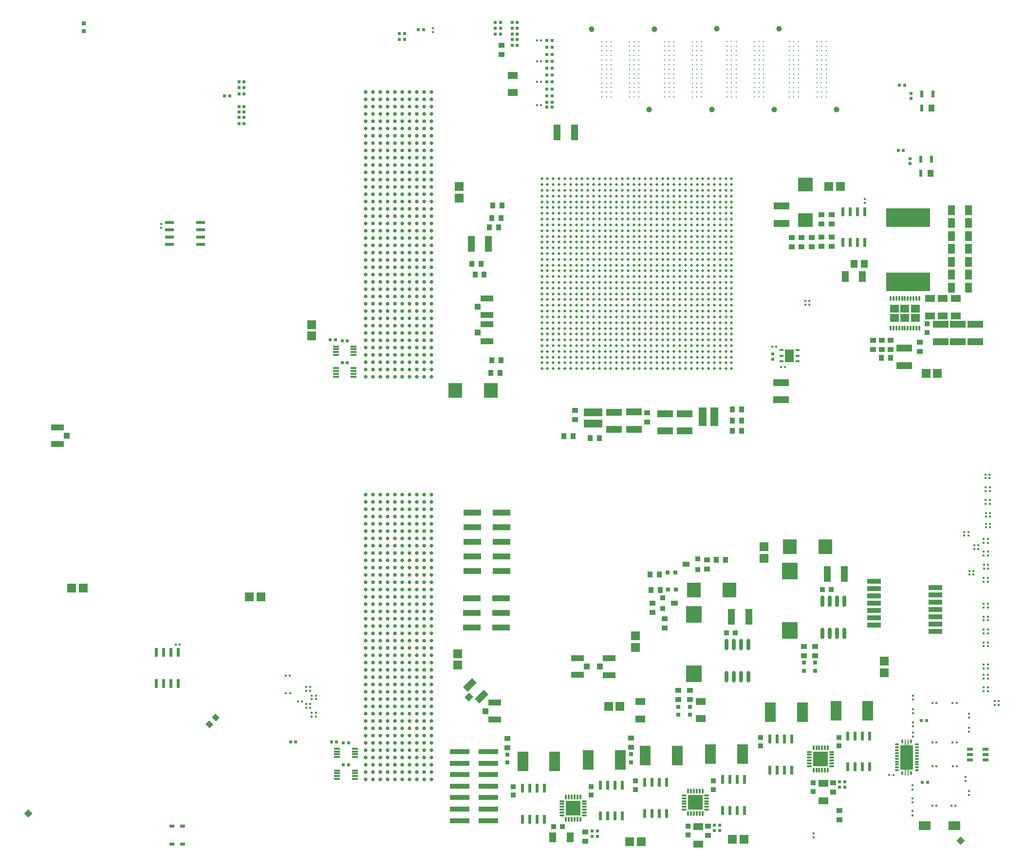
<source format=gbp>
%FSLAX44Y44*%
%MOMM*%
G71*
G01*
G75*
G04 Layer_Color=128*
%ADD10C,0.2032*%
%ADD11C,0.2540*%
%ADD12C,0.4572*%
%ADD13C,0.4000*%
%ADD14C,0.3048*%
%ADD15C,0.1300*%
%ADD16C,0.1600*%
%ADD17C,0.1016*%
%ADD18C,0.1750*%
%ADD19C,0.1524*%
%ADD20C,0.1750*%
%ADD21C,0.1500*%
%ADD22C,0.3810*%
%ADD23C,0.6350*%
%ADD24C,0.4064*%
%ADD25C,0.5080*%
%ADD26C,0.5000*%
%ADD27C,0.6604*%
%ADD28C,0.1727*%
%ADD29C,0.7620*%
%ADD30R,0.4500X0.4000*%
%ADD31R,1.8000X1.1500*%
%ADD32R,0.4000X0.4500*%
%ADD33R,1.0000X0.9000*%
%ADD34R,0.9000X1.0000*%
%ADD35R,3.1800X2.0300*%
%ADD36R,1.4000X0.7600*%
%ADD37R,0.6000X0.6000*%
%ADD38R,0.6000X0.6000*%
%ADD39R,3.2000X1.4000*%
%ADD40R,0.6200X0.6200*%
%ADD41R,0.9500X1.0000*%
%ADD42R,1.1500X1.8000*%
%ADD43R,1.8000X1.1500*%
%ADD44R,2.3500X2.5000*%
%ADD45R,2.7000X1.1500*%
%ADD46R,1.1500X1.8000*%
%ADD47R,1.1500X2.7000*%
%ADD48C,1.2000*%
%ADD49R,1.7000X2.4000*%
%ADD50R,0.6000X0.6200*%
%ADD51R,0.6200X0.6200*%
%ADD52R,1.3000X1.5450*%
%ADD53R,2.1500X1.7000*%
%ADD54R,1.1500X1.4500*%
%ADD55R,1.0000X0.9500*%
%ADD56P,0.8485X4X90.0*%
%ADD57R,2.0000X4.0000*%
G04:AMPARAMS|DCode=58|XSize=0.45mm|YSize=0.4mm|CornerRadius=0mm|HoleSize=0mm|Usage=FLASHONLY|Rotation=315.000|XOffset=0mm|YOffset=0mm|HoleType=Round|Shape=Rectangle|*
%AMROTATEDRECTD58*
4,1,4,-0.3005,0.0177,-0.0177,0.3005,0.3005,-0.0177,0.0177,-0.3005,-0.3005,0.0177,0.0*
%
%ADD58ROTATEDRECTD58*%

%ADD59R,0.9500X0.9500*%
%ADD60P,6.4944X8X202.5*%
%ADD61R,1.7780X2.0320*%
%ADD62R,1.7000X0.4800*%
%ADD63R,1.2000X0.4800*%
%ADD64R,3.1000X0.4800*%
%ADD65R,1.3250X0.4800*%
%ADD66R,1.5750X0.4800*%
%ADD67R,1.0500X1.4000*%
%ADD68R,0.8000X0.6000*%
%ADD69R,1.5000X3.5000*%
%ADD70R,0.6200X0.6000*%
%ADD71R,1.0000X0.8500*%
%ADD72R,0.8500X1.0000*%
%ADD73C,1.0000*%
%ADD74P,1.4142X4X360.0*%
G04:AMPARAMS|DCode=75|XSize=0.45mm|YSize=0.4mm|CornerRadius=0mm|HoleSize=0mm|Usage=FLASHONLY|Rotation=225.000|XOffset=0mm|YOffset=0mm|HoleType=Round|Shape=Rectangle|*
%AMROTATEDRECTD75*
4,1,4,0.0177,0.3005,0.3005,0.0177,-0.0177,-0.3005,-0.3005,-0.0177,0.0177,0.3005,0.0*
%
%ADD75ROTATEDRECTD75*%

G04:AMPARAMS|DCode=76|XSize=0.45mm|YSize=0.4mm|CornerRadius=0mm|HoleSize=0mm|Usage=FLASHONLY|Rotation=80.000|XOffset=0mm|YOffset=0mm|HoleType=Round|Shape=Rectangle|*
%AMROTATEDRECTD76*
4,1,4,0.1579,-0.2563,-0.2360,-0.1868,-0.1579,0.2563,0.2360,0.1868,0.1579,-0.2563,0.0*
%
%ADD76ROTATEDRECTD76*%

G04:AMPARAMS|DCode=77|XSize=0.45mm|YSize=0.4mm|CornerRadius=0mm|HoleSize=0mm|Usage=FLASHONLY|Rotation=290.000|XOffset=0mm|YOffset=0mm|HoleType=Round|Shape=Rectangle|*
%AMROTATEDRECTD77*
4,1,4,-0.2649,0.1430,0.1110,0.2798,0.2649,-0.1430,-0.1110,-0.2798,-0.2649,0.1430,0.0*
%
%ADD77ROTATEDRECTD77*%

%ADD78R,1.9000X1.3000*%
G04:AMPARAMS|DCode=79|XSize=1mm|YSize=0.95mm|CornerRadius=0mm|HoleSize=0mm|Usage=FLASHONLY|Rotation=135.000|XOffset=0mm|YOffset=0mm|HoleType=Round|Shape=Rectangle|*
%AMROTATEDRECTD79*
4,1,4,0.6894,-0.0177,0.0177,-0.6894,-0.6894,0.0177,-0.0177,0.6894,0.6894,-0.0177,0.0*
%
%ADD79ROTATEDRECTD79*%

%ADD80R,0.9500X1.0000*%
%ADD81R,2.0300X3.1800*%
%ADD82R,0.7600X1.4000*%
%ADD83P,0.8485X4X360.0*%
G04:AMPARAMS|DCode=84|XSize=0.95mm|YSize=1mm|CornerRadius=0mm|HoleSize=0mm|Usage=FLASHONLY|Rotation=315.000|XOffset=0mm|YOffset=0mm|HoleType=Round|Shape=Rectangle|*
%AMROTATEDRECTD84*
4,1,4,-0.6894,-0.0177,0.0177,0.6894,0.6894,0.0177,-0.0177,-0.6894,-0.6894,-0.0177,0.0*
%
%ADD84ROTATEDRECTD84*%

%ADD85R,0.6000X0.8000*%
G04:AMPARAMS|DCode=86|XSize=0.95mm|YSize=1mm|CornerRadius=0mm|HoleSize=0mm|Usage=FLASHONLY|Rotation=225.000|XOffset=0mm|YOffset=0mm|HoleType=Round|Shape=Rectangle|*
%AMROTATEDRECTD86*
4,1,4,-0.0177,0.6894,0.6894,-0.0177,0.0177,-0.6894,-0.6894,0.0177,-0.0177,0.6894,0.0*
%
%ADD86ROTATEDRECTD86*%

%ADD87R,3.3500X3.3500*%
%ADD88O,0.3000X1.0500*%
%ADD89O,1.0500X0.3000*%
%ADD90R,1.2700X0.9144*%
%ADD91R,0.9144X0.9144*%
%ADD92R,1.7780X0.4064*%
%ADD93R,0.3000X1.0000*%
%ADD94R,3.4000X1.6000*%
%ADD95R,1.6000X3.4000*%
%ADD96R,0.6500X0.5000*%
%ADD97R,0.8000X1.0000*%
%ADD98O,1.5000X0.2700*%
%ADD99R,1.5000X0.2700*%
%ADD100R,1.3000X1.0000*%
%ADD101R,1.3000X0.6000*%
%ADD102R,0.9144X1.2700*%
%ADD103R,0.9144X0.9144*%
%ADD104O,0.6096X2.0320*%
%ADD105R,0.3000X0.8500*%
%ADD106R,2.5000X1.7500*%
%ADD107R,2.3000X4.3000*%
%ADD108O,0.3000X0.8000*%
%ADD109O,0.8000X0.3000*%
%ADD110O,1.5500X0.4500*%
%ADD111R,0.4500X0.3000*%
%ADD112R,1.5000X0.4500*%
%ADD113R,0.7620X0.7620*%
%ADD114R,0.6000X1.0500*%
%ADD115O,1.0000X0.3000*%
%ADD116R,1.0000X0.3000*%
%ADD117R,0.7000X0.2500*%
%ADD118R,0.2500X0.7000*%
%ADD119R,4.2000X4.2000*%
G04:AMPARAMS|DCode=120|XSize=0.6mm|YSize=1.55mm|CornerRadius=0mm|HoleSize=0mm|Usage=FLASHONLY|Rotation=225.000|XOffset=0mm|YOffset=0mm|HoleType=Round|Shape=Rectangle|*
%AMROTATEDRECTD120*
4,1,4,-0.3359,0.7601,0.7601,-0.3359,0.3359,-0.7601,-0.7601,0.3359,-0.3359,0.7601,0.0*
%
%ADD120ROTATEDRECTD120*%

%ADD121R,4.8000X5.1600*%
%ADD122R,0.5500X1.0000*%
%ADD123R,6.5000X6.5000*%
%ADD124R,1.5000X0.3000*%
%ADD125R,0.3000X1.5000*%
%ADD126O,0.3000X1.5000*%
%ADD127R,0.6500X1.0500*%
%ADD128O,2.0320X0.6096*%
%ADD129R,1.0500X0.6000*%
%ADD130R,1.0160X0.2500*%
%ADD131R,0.2500X1.0160*%
%ADD132O,0.2500X1.0160*%
%ADD133R,2.0000X0.6000*%
%ADD134R,0.7620X0.7620*%
%ADD135O,0.9000X0.3000*%
%ADD136O,0.3000X0.9000*%
%ADD137R,3.5500X3.5500*%
%ADD138R,1.1000X0.6000*%
%ADD139R,0.4500X1.5000*%
%ADD140R,1.8000X2.0000*%
%ADD141O,1.5000X0.3000*%
%ADD142R,0.7000X0.8000*%
%ADD143R,0.4000X0.4000*%
%ADD144R,1.4500X1.1500*%
%ADD145R,4.8000X6.4000*%
%ADD146R,1.5000X1.5000*%
%ADD147R,1.5000X1.5000*%
%ADD148P,2.1213X4X180.0*%
%ADD149C,0.5000*%
%ADD150R,1.2500X1.3500*%
%ADD151R,1.1000X0.9000*%
%ADD152C,0.1270*%
%ADD153C,1.0000*%
%ADD154C,0.3556*%
%ADD155C,0.1778*%
%ADD156R,0.2500X1.1500*%
%ADD157C,2.0000*%
%ADD158C,5.0000*%
%ADD159C,1.5000*%
%ADD160C,1.8000*%
%ADD161C,6.0000*%
%ADD162C,3.2000*%
%ADD163O,11.0000X2.0000*%
%ADD164C,0.8000*%
%ADD165O,2.7000X1.7000*%
%ADD166O,1.5000X1.0000*%
%ADD167C,0.6000*%
%ADD168C,2.1000*%
%ADD169C,0.4000*%
%ADD170C,0.4500*%
%ADD171C,0.4572*%
%ADD172C,0.1300*%
%ADD173C,0.1650*%
%ADD174R,2.0000X0.4800*%
%ADD175R,0.9000X0.4800*%
%ADD176R,1.8500X3.4000*%
%ADD177R,1.4000X3.2000*%
%ADD178R,0.9500X0.9500*%
%ADD179R,2.5000X2.3500*%
%ADD180R,2.0000X1.5000*%
%ADD181R,2.7900X2.9200*%
%ADD182R,7.6200X3.1800*%
%ADD183R,1.2500X1.8500*%
%ADD184R,0.9500X0.5500*%
%ADD185P,1.4142X4X270.0*%
%ADD186R,2.5500X2.5500*%
G04:AMPARAMS|DCode=187|XSize=1.1mm|YSize=2.2mm|CornerRadius=0mm|HoleSize=0mm|Usage=FLASHONLY|Rotation=135.000|XOffset=0mm|YOffset=0mm|HoleType=Round|Shape=Rectangle|*
%AMROTATEDRECTD187*
4,1,4,1.1667,0.3889,-0.3889,-1.1667,-1.1667,-0.3889,0.3889,1.1667,1.1667,0.3889,0.0*
%
%ADD187ROTATEDRECTD187*%

G04:AMPARAMS|DCode=188|XSize=1mm|YSize=1.1mm|CornerRadius=0mm|HoleSize=0mm|Usage=FLASHONLY|Rotation=135.000|XOffset=0mm|YOffset=0mm|HoleType=Round|Shape=Rectangle|*
%AMROTATEDRECTD188*
4,1,4,0.7425,0.0354,-0.0354,-0.7425,-0.7425,-0.0354,0.0354,0.7425,0.7425,0.0354,0.0*
%
%ADD188ROTATEDRECTD188*%

%ADD189R,2.2000X1.1000*%
%ADD190R,1.1000X1.0000*%
%ADD191R,3.1500X1.0200*%
%ADD192C,0.3048*%
%ADD193R,1.5000X2.3000*%
%ADD194R,0.7000X0.3500*%
%ADD195C,0.6400*%
%ADD196R,0.6000X1.5500*%
%ADD197O,0.3000X0.9000*%
%ADD198R,5.4800X3.2400*%
%ADD199R,1.5500X0.6000*%
%ADD200R,3.5000X0.9000*%
%ADD201R,2.4000X0.9000*%
%ADD202R,1.0000X1.3000*%
%ADD203R,0.6000X1.3000*%
%ADD204C,0.2500*%
%ADD205C,0.2000*%
%ADD206C,0.1000*%
%ADD207C,0.6000*%
%ADD208C,0.0508*%
%ADD209C,0.1519*%
%ADD210R,0.2500X1.0250*%
%ADD211R,1.2192X1.1938*%
%ADD212R,1.2000X1.2000*%
%ADD213R,0.9000X1.0250*%
%ADD214R,0.4500X1.1250*%
%ADD215R,0.4500X1.0500*%
%ADD216R,0.5770X0.5270*%
%ADD217R,1.9270X1.2770*%
%ADD218R,0.5270X0.5770*%
%ADD219R,1.1270X1.0270*%
%ADD220R,1.0270X1.1270*%
%ADD221R,3.3070X2.1570*%
%ADD222R,1.5270X0.8870*%
%ADD223R,0.7270X0.7270*%
%ADD224R,0.7270X0.7270*%
%ADD225R,3.3270X1.5270*%
%ADD226R,0.7470X0.7470*%
%ADD227R,1.0770X1.1270*%
%ADD228R,1.2770X1.9270*%
%ADD229R,1.9270X1.2770*%
%ADD230R,2.4770X2.6270*%
%ADD231R,2.8270X1.2770*%
%ADD232R,1.2770X1.9270*%
%ADD233R,1.2770X2.8270*%
%ADD234C,1.3270*%
%ADD235R,1.8270X2.5270*%
%ADD236R,0.7270X0.7470*%
%ADD237R,0.7470X0.7470*%
%ADD238R,1.4270X1.6720*%
%ADD239R,2.2770X1.8270*%
%ADD240R,1.2770X1.5770*%
%ADD241R,1.1270X1.0770*%
%ADD242P,1.0281X4X90.0*%
%ADD243R,2.1270X4.1270*%
G04:AMPARAMS|DCode=244|XSize=0.577mm|YSize=0.527mm|CornerRadius=0mm|HoleSize=0mm|Usage=FLASHONLY|Rotation=315.000|XOffset=0mm|YOffset=0mm|HoleType=Round|Shape=Rectangle|*
%AMROTATEDRECTD244*
4,1,4,-0.3903,0.0177,-0.0177,0.3903,0.3903,-0.0177,0.0177,-0.3903,-0.3903,0.0177,0.0*
%
%ADD244ROTATEDRECTD244*%

%ADD245R,1.0770X1.0770*%
%ADD246P,6.6319X8X202.5*%
%ADD247R,1.9050X2.1590*%
%ADD248R,1.8270X0.6070*%
%ADD249R,1.3270X0.6070*%
%ADD250R,3.2270X0.6070*%
%ADD251R,1.4520X0.6070*%
%ADD252R,1.7020X0.6070*%
%ADD253R,1.1770X1.5270*%
%ADD254R,0.9270X0.7270*%
%ADD255R,1.6270X3.6270*%
%ADD256R,0.7470X0.7270*%
%ADD257R,1.1270X0.9770*%
%ADD258R,0.9770X1.1270*%
%ADD259C,2.0000*%
G04:AMPARAMS|DCode=260|XSize=0.577mm|YSize=0.527mm|CornerRadius=0mm|HoleSize=0mm|Usage=FLASHONLY|Rotation=225.000|XOffset=0mm|YOffset=0mm|HoleType=Round|Shape=Rectangle|*
%AMROTATEDRECTD260*
4,1,4,0.0177,0.3903,0.3903,0.0177,-0.0177,-0.3903,-0.3903,-0.0177,0.0177,0.3903,0.0*
%
%ADD260ROTATEDRECTD260*%

G04:AMPARAMS|DCode=261|XSize=0.577mm|YSize=0.527mm|CornerRadius=0mm|HoleSize=0mm|Usage=FLASHONLY|Rotation=80.000|XOffset=0mm|YOffset=0mm|HoleType=Round|Shape=Rectangle|*
%AMROTATEDRECTD261*
4,1,4,0.2094,-0.3299,-0.3096,-0.2384,-0.2094,0.3299,0.3096,0.2384,0.2094,-0.3299,0.0*
%
%ADD261ROTATEDRECTD261*%

G04:AMPARAMS|DCode=262|XSize=0.577mm|YSize=0.527mm|CornerRadius=0mm|HoleSize=0mm|Usage=FLASHONLY|Rotation=290.000|XOffset=0mm|YOffset=0mm|HoleType=Round|Shape=Rectangle|*
%AMROTATEDRECTD262*
4,1,4,-0.3463,0.1810,0.1489,0.3612,0.3463,-0.1810,-0.1489,-0.3612,-0.3463,0.1810,0.0*
%
%ADD262ROTATEDRECTD262*%

%ADD263R,2.0270X1.4270*%
G04:AMPARAMS|DCode=264|XSize=1.127mm|YSize=1.077mm|CornerRadius=0mm|HoleSize=0mm|Usage=FLASHONLY|Rotation=135.000|XOffset=0mm|YOffset=0mm|HoleType=Round|Shape=Rectangle|*
%AMROTATEDRECTD264*
4,1,4,0.7792,-0.0177,0.0177,-0.7792,-0.7792,0.0177,-0.0177,0.7792,0.7792,-0.0177,0.0*
%
%ADD264ROTATEDRECTD264*%

%ADD265R,1.0770X1.1270*%
%ADD266R,2.1570X3.3070*%
%ADD267R,0.8870X1.5270*%
%ADD268P,1.0281X4X360.0*%
G04:AMPARAMS|DCode=269|XSize=1.077mm|YSize=1.127mm|CornerRadius=0mm|HoleSize=0mm|Usage=FLASHONLY|Rotation=315.000|XOffset=0mm|YOffset=0mm|HoleType=Round|Shape=Rectangle|*
%AMROTATEDRECTD269*
4,1,4,-0.7792,-0.0177,0.0177,0.7792,0.7792,0.0177,-0.0177,-0.7792,-0.7792,-0.0177,0.0*
%
%ADD269ROTATEDRECTD269*%

%ADD270R,0.7270X0.9270*%
G04:AMPARAMS|DCode=271|XSize=1.077mm|YSize=1.127mm|CornerRadius=0mm|HoleSize=0mm|Usage=FLASHONLY|Rotation=225.000|XOffset=0mm|YOffset=0mm|HoleType=Round|Shape=Rectangle|*
%AMROTATEDRECTD271*
4,1,4,-0.0177,0.7792,0.7792,-0.0177,0.0177,-0.7792,-0.7792,0.0177,-0.0177,0.7792,0.0*
%
%ADD271ROTATEDRECTD271*%

%ADD272R,3.4770X3.4770*%
%ADD273O,0.4270X1.1770*%
%ADD274O,1.1770X0.4270*%
%ADD275R,1.3970X1.0414*%
%ADD276R,1.0414X1.0414*%
%ADD277R,1.9050X0.5334*%
%ADD278R,0.4270X1.1270*%
%ADD279R,3.5270X1.7270*%
%ADD280R,1.7270X3.5270*%
%ADD281R,0.7770X0.6270*%
%ADD282R,0.9270X1.1270*%
%ADD283O,1.6270X0.3970*%
%ADD284R,1.6270X0.3970*%
%ADD285R,1.4270X1.1270*%
%ADD286R,1.4270X0.7270*%
%ADD287R,1.0414X1.3970*%
%ADD288R,1.0414X1.0414*%
%ADD289O,0.7366X2.1590*%
%ADD290R,0.4270X0.9770*%
%ADD291R,2.6270X1.8770*%
%ADD292R,2.4270X4.4270*%
%ADD293O,0.4270X0.9270*%
%ADD294O,0.9270X0.4270*%
%ADD295O,1.6770X0.5770*%
%ADD296R,0.5770X0.4270*%
%ADD297R,1.6270X0.5770*%
%ADD298R,0.8890X0.8890*%
%ADD299R,0.7270X1.1770*%
%ADD300O,1.1270X0.4270*%
%ADD301R,1.1270X0.4270*%
%ADD302R,0.8270X0.3770*%
%ADD303R,0.3770X0.8270*%
%ADD304R,4.3270X4.3270*%
G04:AMPARAMS|DCode=305|XSize=0.727mm|YSize=1.677mm|CornerRadius=0mm|HoleSize=0mm|Usage=FLASHONLY|Rotation=225.000|XOffset=0mm|YOffset=0mm|HoleType=Round|Shape=Rectangle|*
%AMROTATEDRECTD305*
4,1,4,-0.3359,0.8499,0.8499,-0.3359,0.3359,-0.8499,-0.8499,0.3359,-0.3359,0.8499,0.0*
%
%ADD305ROTATEDRECTD305*%

%ADD306R,4.9270X5.2870*%
%ADD307R,0.6770X1.1270*%
%ADD308R,6.6270X6.6270*%
%ADD309R,1.6270X0.4270*%
%ADD310R,0.4270X1.6270*%
%ADD311O,0.4270X1.6270*%
%ADD312R,0.7770X1.1770*%
%ADD313O,2.1590X0.7366*%
%ADD314R,1.1770X0.7270*%
%ADD315R,1.1430X0.3770*%
%ADD316R,0.3770X1.1430*%
%ADD317O,0.3770X1.1430*%
%ADD318R,2.1270X0.7270*%
%ADD319R,0.8890X0.8890*%
%ADD320O,1.0270X0.4270*%
%ADD321O,0.4270X1.0270*%
%ADD322R,3.6770X3.6770*%
%ADD323R,1.2270X0.7270*%
%ADD324R,0.5770X1.6270*%
%ADD325R,1.9270X2.1270*%
%ADD326O,1.6270X0.4270*%
%ADD327R,0.8270X0.9270*%
%ADD328R,0.5270X0.5270*%
%ADD329R,1.5770X1.2770*%
%ADD330R,4.9270X6.5270*%
%ADD331R,1.6270X1.6270*%
%ADD332R,1.6270X1.6270*%
%ADD333P,2.3009X4X180.0*%
%ADD334C,0.6270*%
%ADD335R,1.3770X1.4770*%
%ADD336R,1.2270X1.0270*%
%ADD337C,2.1270*%
%ADD338C,5.1270*%
%ADD339C,1.6270*%
%ADD340C,0.8500*%
%ADD341C,0.6500*%
%ADD342C,1.9270*%
%ADD343C,6.1270*%
%ADD344C,3.3270*%
%ADD345O,11.1270X2.1270*%
%ADD346C,1.6000*%
%ADD347C,0.9270*%
%ADD348O,2.8270X1.8270*%
%ADD349O,1.6270X1.1270*%
%ADD350C,0.7270*%
%ADD351C,2.2270*%
%ADD352R,2.1270X0.6070*%
%ADD353R,1.0270X0.6070*%
%ADD354R,1.9770X3.5270*%
%ADD355R,1.5270X3.3270*%
%ADD356R,1.0770X1.0770*%
%ADD357R,2.6270X2.4770*%
%ADD358R,2.1270X1.6270*%
%ADD359R,2.9170X3.0470*%
%ADD360R,7.7470X3.3070*%
%ADD361R,1.3770X1.9770*%
%ADD362R,1.0770X0.6770*%
%ADD363O,0.4400X1.0400*%
%ADD364O,1.0400X0.4400*%
%ADD365R,2.6900X2.6900*%
G04:AMPARAMS|DCode=366|XSize=1.227mm|YSize=2.327mm|CornerRadius=0mm|HoleSize=0mm|Usage=FLASHONLY|Rotation=135.000|XOffset=0mm|YOffset=0mm|HoleType=Round|Shape=Rectangle|*
%AMROTATEDRECTD366*
4,1,4,1.2565,0.3889,-0.3889,-1.2565,-1.2565,-0.3889,0.3889,1.2565,1.2565,0.3889,0.0*
%
%ADD366ROTATEDRECTD366*%

G04:AMPARAMS|DCode=367|XSize=1.127mm|YSize=1.227mm|CornerRadius=0mm|HoleSize=0mm|Usage=FLASHONLY|Rotation=135.000|XOffset=0mm|YOffset=0mm|HoleType=Round|Shape=Rectangle|*
%AMROTATEDRECTD367*
4,1,4,0.8323,0.0354,-0.0354,-0.8323,-0.8323,-0.0354,0.0354,0.8323,0.8323,0.0354,0.0*
%
%ADD367ROTATEDRECTD367*%

%ADD368R,2.3270X1.2270*%
%ADD369R,1.2270X1.1270*%
%ADD370R,3.2770X1.1470*%
%ADD371C,0.4318*%
%ADD372C,1.1270*%
%ADD373R,1.6270X2.4270*%
%ADD374R,0.8270X0.4770*%
%ADD375C,0.7670*%
%ADD376R,0.7270X1.6770*%
%ADD377O,0.4270X1.0270*%
%ADD378R,5.6070X3.3670*%
%ADD379R,1.6770X0.7270*%
%ADD380R,3.6270X1.0270*%
%ADD381R,2.5270X1.0270*%
%ADD382R,1.1270X1.4270*%
%ADD383R,0.7270X1.4270*%
%ADD384R,1.5000X1.3500*%
G36*
X971112Y53556D02*
X955812D01*
Y68856D01*
X971112D01*
Y53556D01*
D02*
G37*
G36*
X1183662Y63556D02*
X1168362D01*
Y78856D01*
X1183662D01*
Y63556D01*
D02*
G37*
G36*
X1401662Y139056D02*
X1386362D01*
Y154356D01*
X1401662D01*
Y139056D01*
D02*
G37*
D30*
X1367250Y943750D02*
D03*
X1374250D02*
D03*
X470750Y291500D02*
D03*
X463750D02*
D03*
X509250Y227250D02*
D03*
X516250D02*
D03*
X509250Y220750D02*
D03*
X516250D02*
D03*
X499250Y242250D02*
D03*
X506250D02*
D03*
X499250Y235750D02*
D03*
X506250D02*
D03*
X499250Y272250D02*
D03*
X506250D02*
D03*
X499250Y265750D02*
D03*
X506250D02*
D03*
X509250Y257250D02*
D03*
X516250D02*
D03*
X1677500Y410500D02*
D03*
X1684500D02*
D03*
X279750Y346250D02*
D03*
X272750Y346250D02*
D03*
X1367250Y937250D02*
D03*
X1374250D02*
D03*
X1684500Y304750D02*
D03*
X1677500D02*
D03*
X1684500Y311250D02*
D03*
X1677500D02*
D03*
X1684500Y293250D02*
D03*
X1677500Y293250D02*
D03*
X1684500Y286750D02*
D03*
X1677500D02*
D03*
X1684500Y264500D02*
D03*
X1677500D02*
D03*
X1684500Y271000D02*
D03*
X1677500Y271000D02*
D03*
X1703411Y247548D02*
D03*
X1696411D02*
D03*
X1703411Y241048D02*
D03*
X1696411D02*
D03*
X1623500Y244500D02*
D03*
X1630500D02*
D03*
X1595500Y175500D02*
D03*
X1588500Y175500D02*
D03*
X1623500Y175500D02*
D03*
X1630500D02*
D03*
X1595500Y244500D02*
D03*
X1588500Y244500D02*
D03*
X1331750Y828750D02*
D03*
X1324750D02*
D03*
X1677500Y394500D02*
D03*
X1684500D02*
D03*
X1677500Y388000D02*
D03*
X1684500D02*
D03*
X1677500Y529500D02*
D03*
X1684500D02*
D03*
X1677500Y523000D02*
D03*
X1684500D02*
D03*
X1677500Y507250D02*
D03*
X1684500D02*
D03*
X1677500Y500750D02*
D03*
X1684500Y500750D02*
D03*
X1678000Y484452D02*
D03*
X1685000Y484452D02*
D03*
X1678000Y477952D02*
D03*
X1685000D02*
D03*
X1677500Y462000D02*
D03*
X1684500D02*
D03*
X1677500Y455500D02*
D03*
X1684500D02*
D03*
X1677500Y417000D02*
D03*
X1684500D02*
D03*
X1677500Y371750D02*
D03*
X1684500D02*
D03*
X1677500Y365250D02*
D03*
X1684500D02*
D03*
X1677500Y349500D02*
D03*
X1684500D02*
D03*
X1677500Y343000D02*
D03*
X1684500D02*
D03*
X1661250Y518250D02*
D03*
X1668250D02*
D03*
X1661250Y512000D02*
D03*
X1668250D02*
D03*
X1652500Y473500D02*
D03*
X1659500D02*
D03*
X1652500Y467500D02*
D03*
X1659500D02*
D03*
X1681250Y555750D02*
D03*
X1688250D02*
D03*
X1681251Y549749D02*
D03*
X1688251D02*
D03*
X1643750Y541750D02*
D03*
X1650750D02*
D03*
X1643750Y535750D02*
D03*
X1650750D02*
D03*
X1681000Y597000D02*
D03*
X1688000D02*
D03*
X1681000Y591000D02*
D03*
X1688000Y591000D02*
D03*
X1681250Y574500D02*
D03*
X1688250D02*
D03*
X1681250Y568250D02*
D03*
X1688250D02*
D03*
X1680750Y641750D02*
D03*
X1687750Y641750D02*
D03*
X1680750Y635500D02*
D03*
X1687750Y635500D02*
D03*
X1681000Y619000D02*
D03*
X1688000D02*
D03*
X1681000Y612750D02*
D03*
X1688000D02*
D03*
X900750Y1396370D02*
D03*
X907750Y1396370D02*
D03*
X900750Y1284370D02*
D03*
X907750D02*
D03*
X900750Y1360370D02*
D03*
X907750D02*
D03*
X900750Y1324370D02*
D03*
X907750Y1324370D02*
D03*
X1520250Y119250D02*
D03*
X1513250D02*
D03*
X1624000Y134500D02*
D03*
X1631000D02*
D03*
X1595500D02*
D03*
X1588500D02*
D03*
X1595500Y65500D02*
D03*
X1588500D02*
D03*
X1621000Y65500D02*
D03*
X1628000D02*
D03*
X509250Y250750D02*
D03*
X516250D02*
D03*
X1309500Y864000D02*
D03*
X1316500D02*
D03*
X485250Y246500D02*
D03*
X492250D02*
D03*
X471250Y261500D02*
D03*
X464250D02*
D03*
D31*
X1398750Y74500D02*
D03*
Y104500D02*
D03*
X1080750Y246746D02*
D03*
Y216746D02*
D03*
X1180750Y-1000D02*
D03*
Y29000D02*
D03*
X1185500Y247246D02*
D03*
Y217246D02*
D03*
X1583750Y947750D02*
D03*
Y917750D02*
D03*
X1606250Y947750D02*
D03*
Y917750D02*
D03*
X1628750Y947750D02*
D03*
Y917750D02*
D03*
D32*
X1554000Y71500D02*
D03*
X1554000Y78500D02*
D03*
X1554000Y49000D02*
D03*
Y56000D02*
D03*
Y94000D02*
D03*
X1554000Y101000D02*
D03*
X1554500Y185500D02*
D03*
Y192500D02*
D03*
X1554250Y203750D02*
D03*
Y210750D02*
D03*
X1382000Y17750D02*
D03*
Y10750D02*
D03*
X1470500Y1120750D02*
D03*
Y1113750D02*
D03*
X247500Y1070750D02*
D03*
Y1077750D02*
D03*
X1651500Y201000D02*
D03*
X1651500Y194000D02*
D03*
Y219000D02*
D03*
Y226000D02*
D03*
X1554250Y233250D02*
D03*
Y226250D02*
D03*
Y257250D02*
D03*
Y250250D02*
D03*
X1645750Y109000D02*
D03*
Y116000D02*
D03*
X1651500Y91000D02*
D03*
Y84000D02*
D03*
X719500Y1417750D02*
D03*
Y1410750D02*
D03*
D33*
X1384750Y342750D02*
D03*
Y326750D02*
D03*
X1101500Y417750D02*
D03*
X1101500Y401750D02*
D03*
X1122750Y390500D02*
D03*
X1122750Y374500D02*
D03*
X1064500Y183000D02*
D03*
Y167000D02*
D03*
X1364750Y342500D02*
D03*
Y326500D02*
D03*
X849500Y166750D02*
D03*
Y182750D02*
D03*
X1146500Y266000D02*
D03*
Y250000D02*
D03*
X1166500Y266000D02*
D03*
Y250000D02*
D03*
X1566000Y855750D02*
D03*
Y871750D02*
D03*
X1485500Y859250D02*
D03*
Y875250D02*
D03*
X1500500Y859250D02*
D03*
Y875250D02*
D03*
X1515500Y859250D02*
D03*
Y875250D02*
D03*
X1196000Y493250D02*
D03*
Y477250D02*
D03*
D34*
X1113250Y468000D02*
D03*
X1097250D02*
D03*
X1114750Y440500D02*
D03*
X1098750Y440500D02*
D03*
X1499750Y844250D02*
D03*
X1515750D02*
D03*
X1212500Y493500D02*
D03*
X1228500D02*
D03*
D37*
X917750Y1300370D02*
D03*
X926750D02*
D03*
X857500Y1388000D02*
D03*
X866500Y1388000D02*
D03*
X857500Y1398000D02*
D03*
X866500D02*
D03*
X837500Y1428000D02*
D03*
X828500D02*
D03*
X837500Y1418000D02*
D03*
X828500Y1418000D02*
D03*
X837500Y1408000D02*
D03*
X828500Y1408000D02*
D03*
X357500Y1300250D02*
D03*
X366500D02*
D03*
X382500Y1324500D02*
D03*
X391500D02*
D03*
X382500Y1314250D02*
D03*
X391500D02*
D03*
X382500Y1303500D02*
D03*
X391500D02*
D03*
X382500Y1252250D02*
D03*
X391500D02*
D03*
X382500Y1262750D02*
D03*
X391500D02*
D03*
X382500Y1272250D02*
D03*
X391500D02*
D03*
X382500Y1281250D02*
D03*
X391500D02*
D03*
X481250Y176250D02*
D03*
X472250D02*
D03*
X917750Y1348370D02*
D03*
X926750D02*
D03*
X917750Y1360370D02*
D03*
X926750Y1360370D02*
D03*
X917750Y1396370D02*
D03*
X926750D02*
D03*
X917750Y1384370D02*
D03*
X926750Y1384370D02*
D03*
X917750Y1372370D02*
D03*
X926750D02*
D03*
X917750Y1336370D02*
D03*
X926750D02*
D03*
X917750Y1312370D02*
D03*
X926750Y1312370D02*
D03*
X917750Y1324370D02*
D03*
X926750Y1324370D02*
D03*
X917750Y1280620D02*
D03*
X926750D02*
D03*
X917750Y1288870D02*
D03*
X926750D02*
D03*
X571000Y874500D02*
D03*
X562000D02*
D03*
X573250Y175000D02*
D03*
X564250Y175000D02*
D03*
X541000Y876000D02*
D03*
X550000D02*
D03*
X543250Y176500D02*
D03*
X552250D02*
D03*
X571000Y836500D02*
D03*
X562000D02*
D03*
X573250Y137000D02*
D03*
X564250D02*
D03*
X857500Y1408000D02*
D03*
X866500Y1408000D02*
D03*
X857500Y1418000D02*
D03*
X866500Y1418000D02*
D03*
X857500Y1428000D02*
D03*
X866500D02*
D03*
X661500Y1398250D02*
D03*
X670500Y1398250D02*
D03*
X661500Y1408250D02*
D03*
X670500D02*
D03*
X694250Y1415500D02*
D03*
X703250D02*
D03*
X1537750Y1205250D02*
D03*
X1528750D02*
D03*
X1580000Y106500D02*
D03*
X1571000D02*
D03*
X1578250Y213750D02*
D03*
X1569250D02*
D03*
X1530789Y1318571D02*
D03*
X1539789D02*
D03*
D38*
X1436250Y107000D02*
D03*
Y98000D02*
D03*
X1427000D02*
D03*
Y107000D02*
D03*
X1310500Y842250D02*
D03*
X1310500Y851250D02*
D03*
X996250Y12500D02*
D03*
Y21500D02*
D03*
X1005500D02*
D03*
Y12500D02*
D03*
X1209000Y22500D02*
D03*
Y31500D02*
D03*
X1218000Y31500D02*
D03*
Y22500D02*
D03*
X1549250Y1191250D02*
D03*
X1549250Y1182250D02*
D03*
X1551289Y1295571D02*
D03*
Y1304571D02*
D03*
D39*
X998500Y730000D02*
D03*
Y750000D02*
D03*
D41*
X947500Y708000D02*
D03*
X963500D02*
D03*
X787500Y1008000D02*
D03*
X803500D02*
D03*
X1009000Y704750D02*
D03*
X993000D02*
D03*
X793000Y989250D02*
D03*
X809000Y989250D02*
D03*
X822500Y840250D02*
D03*
X838500D02*
D03*
X820500Y818750D02*
D03*
X836500D02*
D03*
X824182Y1109500D02*
D03*
X840182D02*
D03*
X822250Y1087500D02*
D03*
X838250D02*
D03*
X818250Y1071250D02*
D03*
X834250D02*
D03*
X1256750Y717500D02*
D03*
X1240750Y717500D02*
D03*
X1256750Y755000D02*
D03*
X1240750Y755000D02*
D03*
X1256750Y735000D02*
D03*
X1240750Y735000D02*
D03*
D43*
X858500Y1305750D02*
D03*
Y1335750D02*
D03*
D44*
X820250Y787500D02*
D03*
X758750D02*
D03*
X1340545Y515745D02*
D03*
X1402045Y515745D02*
D03*
X1173778Y440661D02*
D03*
X1235278D02*
D03*
D45*
X1069056Y750488D02*
D03*
Y720488D02*
D03*
X1539000Y861250D02*
D03*
Y831250D02*
D03*
X1602500Y872750D02*
D03*
Y902750D02*
D03*
X1632500Y872750D02*
D03*
X1632500Y902750D02*
D03*
X1662500D02*
D03*
X1662500Y872750D02*
D03*
X1035000Y749988D02*
D03*
Y719988D02*
D03*
X1157500Y747250D02*
D03*
Y717250D02*
D03*
X1123500Y747500D02*
D03*
Y717500D02*
D03*
X1326250Y1078500D02*
D03*
Y1108500D02*
D03*
X1324750Y771750D02*
D03*
Y801750D02*
D03*
D46*
X928254Y10500D02*
D03*
X958254D02*
D03*
X1651000Y1101500D02*
D03*
X1621000Y1101500D02*
D03*
X1651000Y1079000D02*
D03*
X1621000Y1079000D02*
D03*
X1651000Y1056500D02*
D03*
X1621000D02*
D03*
X1651000Y1034000D02*
D03*
X1621000Y1034000D02*
D03*
Y966500D02*
D03*
X1651000D02*
D03*
X1621000Y1011500D02*
D03*
X1651000D02*
D03*
Y989000D02*
D03*
X1621000D02*
D03*
D47*
X1405545Y468995D02*
D03*
X1435545D02*
D03*
X1238778Y393911D02*
D03*
X1268778Y393911D02*
D03*
X816250Y1042500D02*
D03*
X786250D02*
D03*
X935750Y1236250D02*
D03*
X965750D02*
D03*
D54*
X1469750Y1008000D02*
D03*
X1451750D02*
D03*
D55*
X984700Y19750D02*
D03*
Y3750D02*
D03*
X1426500Y41500D02*
D03*
Y57500D02*
D03*
X967000Y753000D02*
D03*
Y737000D02*
D03*
X1416000Y105250D02*
D03*
Y89250D02*
D03*
X1198000Y29750D02*
D03*
Y13750D02*
D03*
X1395750Y1038250D02*
D03*
Y1054250D02*
D03*
X1413250Y1038250D02*
D03*
Y1054250D02*
D03*
Y1093500D02*
D03*
Y1077500D02*
D03*
X1344000Y1038000D02*
D03*
Y1054000D02*
D03*
X1378250Y1038000D02*
D03*
Y1054000D02*
D03*
X1092000Y732738D02*
D03*
Y748738D02*
D03*
X1360750Y1038000D02*
D03*
Y1054000D02*
D03*
X1395750Y1093500D02*
D03*
Y1077500D02*
D03*
X839250Y1388500D02*
D03*
Y1372500D02*
D03*
D59*
X994950Y84000D02*
D03*
Y99000D02*
D03*
X859200Y84000D02*
D03*
Y99000D02*
D03*
X1425500Y169500D02*
D03*
Y184500D02*
D03*
X1579250Y888750D02*
D03*
Y903750D02*
D03*
X1289750Y169500D02*
D03*
X1289750Y184500D02*
D03*
X1381250Y105500D02*
D03*
X1381250Y90500D02*
D03*
X1207500Y94000D02*
D03*
Y109000D02*
D03*
X1163750Y30000D02*
D03*
Y15000D02*
D03*
X1071750Y94000D02*
D03*
Y109000D02*
D03*
D73*
X1321406Y1416626D02*
D03*
X1421406Y1276626D02*
D03*
X1204746Y1276506D02*
D03*
X1104746Y1416506D02*
D03*
X995656Y1416497D02*
D03*
X1095656Y1276497D02*
D03*
X1312908Y1276630D02*
D03*
X1212908Y1416630D02*
D03*
D79*
X331000Y207250D02*
D03*
X342314Y218564D02*
D03*
D90*
X1159680Y485648D02*
D03*
X1139320Y417902D02*
D03*
D91*
X1180000Y495300D02*
D03*
Y476250D02*
D03*
X1119000Y427300D02*
D03*
X1119000Y408250D02*
D03*
D104*
X1397345Y420875D02*
D03*
X1435444Y364995D02*
D03*
X1397345Y364995D02*
D03*
X1435444Y420875D02*
D03*
X1422744Y420875D02*
D03*
X1410045D02*
D03*
X1422745Y364995D02*
D03*
X1410045Y364995D02*
D03*
X1230578Y345791D02*
D03*
X1268678Y289911D02*
D03*
X1230578Y289911D02*
D03*
X1268678Y345791D02*
D03*
X1255978D02*
D03*
X1243278Y345791D02*
D03*
X1255978Y289911D02*
D03*
X1243278Y289911D02*
D03*
D107*
X1543750Y149750D02*
D03*
D108*
X1536250Y122250D02*
D03*
X1551250D02*
D03*
Y177250D02*
D03*
X1536250D02*
D03*
D109*
X1561250Y127250D02*
D03*
Y132250D02*
D03*
Y137250D02*
D03*
Y142250D02*
D03*
Y147250D02*
D03*
Y152250D02*
D03*
Y157250D02*
D03*
Y162250D02*
D03*
Y167250D02*
D03*
Y172250D02*
D03*
X1526250D02*
D03*
Y167250D02*
D03*
Y162250D02*
D03*
Y157250D02*
D03*
X1526250Y152250D02*
D03*
Y147250D02*
D03*
Y142250D02*
D03*
X1526250Y137250D02*
D03*
Y132250D02*
D03*
Y127250D02*
D03*
D113*
X1141500Y471250D02*
D03*
X1127530Y471250D02*
D03*
X1142500Y441750D02*
D03*
X1128530D02*
D03*
D116*
X582000Y849500D02*
D03*
Y854500D02*
D03*
Y859500D02*
D03*
Y864500D02*
D03*
X551000D02*
D03*
Y859500D02*
D03*
Y854500D02*
D03*
Y849500D02*
D03*
X584250Y150000D02*
D03*
Y155000D02*
D03*
Y160000D02*
D03*
Y165000D02*
D03*
X553250D02*
D03*
Y160000D02*
D03*
Y155000D02*
D03*
Y150000D02*
D03*
X582000Y811500D02*
D03*
Y816500D02*
D03*
Y821500D02*
D03*
Y826500D02*
D03*
X551000D02*
D03*
Y821500D02*
D03*
Y816500D02*
D03*
Y811500D02*
D03*
X584250Y112000D02*
D03*
Y117000D02*
D03*
Y122000D02*
D03*
Y127000D02*
D03*
X553250D02*
D03*
Y122000D02*
D03*
Y117000D02*
D03*
Y112000D02*
D03*
D129*
X1654000Y164250D02*
D03*
X1654000Y154750D02*
D03*
X1654000Y145250D02*
D03*
X1681000D02*
D03*
X1681000Y154750D02*
D03*
X1681000Y164250D02*
D03*
D134*
X849500Y140750D02*
D03*
Y154720D02*
D03*
X1364750Y300280D02*
D03*
Y314250D02*
D03*
X1384750Y300280D02*
D03*
Y314250D02*
D03*
X1064500Y141030D02*
D03*
Y155000D02*
D03*
X1146500Y223780D02*
D03*
Y237750D02*
D03*
X1166500Y223750D02*
D03*
X1166500Y237720D02*
D03*
X112500Y1412530D02*
D03*
Y1426500D02*
D03*
D135*
X982962Y73706D02*
D03*
Y68706D02*
D03*
Y63706D02*
D03*
Y58706D02*
D03*
Y53706D02*
D03*
Y48706D02*
D03*
X943962D02*
D03*
Y53706D02*
D03*
Y58706D02*
D03*
Y63706D02*
D03*
Y68706D02*
D03*
Y73706D02*
D03*
X1413512Y159206D02*
D03*
Y154206D02*
D03*
Y149206D02*
D03*
Y144206D02*
D03*
Y139206D02*
D03*
Y134206D02*
D03*
X1374512D02*
D03*
Y139206D02*
D03*
Y144206D02*
D03*
Y149206D02*
D03*
Y154206D02*
D03*
Y159206D02*
D03*
X1195512Y83706D02*
D03*
Y78706D02*
D03*
Y73706D02*
D03*
Y68706D02*
D03*
Y63706D02*
D03*
Y58706D02*
D03*
X1156512D02*
D03*
Y63706D02*
D03*
Y68706D02*
D03*
Y73706D02*
D03*
Y78706D02*
D03*
Y83706D02*
D03*
D136*
X950962Y80706D02*
D03*
X955962D02*
D03*
X960962D02*
D03*
X965962D02*
D03*
X970962D02*
D03*
X975962D02*
D03*
Y41706D02*
D03*
X970962D02*
D03*
X965962D02*
D03*
X960962D02*
D03*
X955962D02*
D03*
X950962D02*
D03*
X1381512Y166206D02*
D03*
X1386512D02*
D03*
X1391512D02*
D03*
X1396512D02*
D03*
X1401512D02*
D03*
X1406512D02*
D03*
Y127206D02*
D03*
X1401512D02*
D03*
X1396512D02*
D03*
X1391512D02*
D03*
X1386512D02*
D03*
X1381512D02*
D03*
X1163512Y90706D02*
D03*
X1168512D02*
D03*
X1173512D02*
D03*
X1178512D02*
D03*
X1183512D02*
D03*
X1188512D02*
D03*
Y51706D02*
D03*
X1183512D02*
D03*
X1178512D02*
D03*
X1173512D02*
D03*
X1168512D02*
D03*
X1163512D02*
D03*
D146*
X1025000Y238500D02*
D03*
X1045000D02*
D03*
X400750Y428500D02*
D03*
X420750D02*
D03*
X91500Y444250D02*
D03*
X111500D02*
D03*
X1061750Y2750D02*
D03*
X1081750D02*
D03*
X1240750Y7500D02*
D03*
X1260750D02*
D03*
X1577000Y817750D02*
D03*
X1597000D02*
D03*
X1408000Y1143000D02*
D03*
X1428000D02*
D03*
D147*
X763000Y330000D02*
D03*
Y310000D02*
D03*
X1295250Y516000D02*
D03*
Y496000D02*
D03*
X508750Y902500D02*
D03*
Y882500D02*
D03*
X1504750Y297000D02*
D03*
Y317000D02*
D03*
X1072250Y361000D02*
D03*
Y341000D02*
D03*
X765750Y1142500D02*
D03*
Y1122500D02*
D03*
D149*
X1239064Y825828D02*
D03*
Y835828D02*
D03*
Y845828D02*
D03*
Y855828D02*
D03*
Y865828D02*
D03*
Y875828D02*
D03*
Y885828D02*
D03*
Y895828D02*
D03*
Y905828D02*
D03*
Y915828D02*
D03*
Y925828D02*
D03*
Y935828D02*
D03*
Y945828D02*
D03*
Y955828D02*
D03*
Y965828D02*
D03*
Y975828D02*
D03*
Y985828D02*
D03*
Y995828D02*
D03*
Y1005828D02*
D03*
Y1015828D02*
D03*
Y1025828D02*
D03*
Y1035828D02*
D03*
Y1045828D02*
D03*
Y1055828D02*
D03*
Y1065828D02*
D03*
Y1075828D02*
D03*
Y1085828D02*
D03*
Y1095828D02*
D03*
Y1105828D02*
D03*
Y1115828D02*
D03*
Y1125828D02*
D03*
Y1135828D02*
D03*
Y1145828D02*
D03*
Y1155828D02*
D03*
X1229064Y825828D02*
D03*
Y835828D02*
D03*
Y845828D02*
D03*
Y855828D02*
D03*
Y865828D02*
D03*
Y875828D02*
D03*
Y885828D02*
D03*
Y895828D02*
D03*
Y905828D02*
D03*
Y915828D02*
D03*
Y925828D02*
D03*
Y935828D02*
D03*
Y945828D02*
D03*
Y955828D02*
D03*
Y965828D02*
D03*
Y975828D02*
D03*
Y985828D02*
D03*
Y995828D02*
D03*
Y1005828D02*
D03*
Y1015828D02*
D03*
Y1025828D02*
D03*
Y1035828D02*
D03*
Y1045828D02*
D03*
Y1055828D02*
D03*
Y1065828D02*
D03*
Y1075828D02*
D03*
Y1085828D02*
D03*
Y1095828D02*
D03*
Y1105828D02*
D03*
Y1115828D02*
D03*
Y1125828D02*
D03*
Y1135828D02*
D03*
Y1145828D02*
D03*
Y1155828D02*
D03*
X1219064Y825828D02*
D03*
Y835828D02*
D03*
Y845828D02*
D03*
Y855828D02*
D03*
Y865828D02*
D03*
Y875828D02*
D03*
Y885828D02*
D03*
Y895828D02*
D03*
Y905828D02*
D03*
Y915828D02*
D03*
Y925828D02*
D03*
Y935828D02*
D03*
Y945828D02*
D03*
Y955828D02*
D03*
Y965828D02*
D03*
Y975828D02*
D03*
Y985828D02*
D03*
Y995828D02*
D03*
Y1005828D02*
D03*
Y1015828D02*
D03*
Y1025828D02*
D03*
Y1035828D02*
D03*
Y1045828D02*
D03*
Y1055828D02*
D03*
Y1065828D02*
D03*
Y1075828D02*
D03*
Y1085828D02*
D03*
Y1095828D02*
D03*
Y1105828D02*
D03*
Y1115828D02*
D03*
Y1125828D02*
D03*
Y1135828D02*
D03*
Y1145828D02*
D03*
Y1155828D02*
D03*
X1209064Y825828D02*
D03*
Y835828D02*
D03*
Y845828D02*
D03*
Y855828D02*
D03*
Y865828D02*
D03*
Y875828D02*
D03*
Y885828D02*
D03*
Y895828D02*
D03*
Y905828D02*
D03*
Y915828D02*
D03*
Y925828D02*
D03*
Y935828D02*
D03*
Y945828D02*
D03*
Y955828D02*
D03*
Y965828D02*
D03*
Y975828D02*
D03*
Y985828D02*
D03*
Y995828D02*
D03*
Y1005828D02*
D03*
Y1015828D02*
D03*
Y1025828D02*
D03*
Y1035828D02*
D03*
Y1045828D02*
D03*
Y1055828D02*
D03*
Y1065828D02*
D03*
Y1075828D02*
D03*
Y1085828D02*
D03*
Y1095828D02*
D03*
Y1105828D02*
D03*
Y1115828D02*
D03*
Y1125828D02*
D03*
Y1135828D02*
D03*
Y1145828D02*
D03*
Y1155828D02*
D03*
X1199064Y825828D02*
D03*
Y835828D02*
D03*
Y845828D02*
D03*
Y855828D02*
D03*
Y865828D02*
D03*
Y875828D02*
D03*
Y885828D02*
D03*
Y895828D02*
D03*
Y905828D02*
D03*
Y915828D02*
D03*
Y925828D02*
D03*
Y935828D02*
D03*
Y945828D02*
D03*
Y955828D02*
D03*
Y965828D02*
D03*
Y975828D02*
D03*
Y985828D02*
D03*
Y995828D02*
D03*
Y1005828D02*
D03*
Y1015828D02*
D03*
Y1025828D02*
D03*
Y1035828D02*
D03*
Y1045828D02*
D03*
Y1055828D02*
D03*
Y1065828D02*
D03*
Y1075828D02*
D03*
Y1085828D02*
D03*
Y1095828D02*
D03*
Y1105828D02*
D03*
Y1115828D02*
D03*
Y1125828D02*
D03*
Y1135828D02*
D03*
Y1145828D02*
D03*
Y1155828D02*
D03*
X1189064Y825828D02*
D03*
Y835828D02*
D03*
Y845828D02*
D03*
Y855828D02*
D03*
Y865828D02*
D03*
Y875828D02*
D03*
Y885828D02*
D03*
Y895828D02*
D03*
Y905828D02*
D03*
Y915828D02*
D03*
Y925828D02*
D03*
Y935828D02*
D03*
Y945828D02*
D03*
Y955828D02*
D03*
Y965828D02*
D03*
Y975828D02*
D03*
Y985828D02*
D03*
Y995828D02*
D03*
Y1005828D02*
D03*
Y1015828D02*
D03*
Y1025828D02*
D03*
Y1035828D02*
D03*
Y1045828D02*
D03*
Y1055828D02*
D03*
Y1065828D02*
D03*
Y1075828D02*
D03*
Y1085828D02*
D03*
Y1095828D02*
D03*
Y1105828D02*
D03*
Y1115828D02*
D03*
Y1125828D02*
D03*
Y1135828D02*
D03*
Y1145828D02*
D03*
Y1155828D02*
D03*
X1179064Y825828D02*
D03*
Y835828D02*
D03*
Y845828D02*
D03*
Y855828D02*
D03*
Y865828D02*
D03*
Y875828D02*
D03*
Y885828D02*
D03*
Y895828D02*
D03*
Y905828D02*
D03*
Y915828D02*
D03*
Y925828D02*
D03*
Y935828D02*
D03*
Y945828D02*
D03*
Y955828D02*
D03*
Y965828D02*
D03*
Y975828D02*
D03*
Y985828D02*
D03*
Y995828D02*
D03*
Y1005828D02*
D03*
Y1015828D02*
D03*
Y1025828D02*
D03*
Y1035828D02*
D03*
Y1045828D02*
D03*
Y1055828D02*
D03*
Y1065828D02*
D03*
Y1075828D02*
D03*
Y1085828D02*
D03*
Y1095828D02*
D03*
Y1105828D02*
D03*
Y1115828D02*
D03*
Y1125828D02*
D03*
Y1135828D02*
D03*
Y1145828D02*
D03*
Y1155828D02*
D03*
X1169064Y825828D02*
D03*
Y835828D02*
D03*
Y845828D02*
D03*
Y855828D02*
D03*
Y865828D02*
D03*
Y875828D02*
D03*
Y885828D02*
D03*
Y895828D02*
D03*
Y905828D02*
D03*
Y915828D02*
D03*
Y925828D02*
D03*
Y935828D02*
D03*
Y945828D02*
D03*
Y955828D02*
D03*
Y965828D02*
D03*
Y975828D02*
D03*
Y985828D02*
D03*
Y995828D02*
D03*
Y1005828D02*
D03*
Y1015828D02*
D03*
Y1025828D02*
D03*
Y1035828D02*
D03*
Y1045828D02*
D03*
Y1055828D02*
D03*
Y1065828D02*
D03*
Y1075828D02*
D03*
Y1085828D02*
D03*
Y1095828D02*
D03*
Y1105828D02*
D03*
Y1115828D02*
D03*
Y1125828D02*
D03*
Y1135828D02*
D03*
Y1145828D02*
D03*
Y1155828D02*
D03*
X1159064Y825828D02*
D03*
Y835828D02*
D03*
Y845828D02*
D03*
Y855828D02*
D03*
Y865828D02*
D03*
Y875828D02*
D03*
Y885828D02*
D03*
Y895828D02*
D03*
Y905828D02*
D03*
Y915828D02*
D03*
Y925828D02*
D03*
Y935828D02*
D03*
Y945828D02*
D03*
Y955828D02*
D03*
Y965828D02*
D03*
Y975828D02*
D03*
Y985828D02*
D03*
Y995828D02*
D03*
Y1005828D02*
D03*
Y1015828D02*
D03*
Y1025828D02*
D03*
Y1035828D02*
D03*
Y1045828D02*
D03*
Y1055828D02*
D03*
Y1065828D02*
D03*
Y1075828D02*
D03*
Y1085828D02*
D03*
Y1095828D02*
D03*
Y1105828D02*
D03*
Y1115828D02*
D03*
Y1125828D02*
D03*
Y1135828D02*
D03*
Y1145828D02*
D03*
Y1155828D02*
D03*
X1149064Y825828D02*
D03*
Y835828D02*
D03*
Y845828D02*
D03*
Y855828D02*
D03*
Y865828D02*
D03*
Y875828D02*
D03*
Y885828D02*
D03*
Y895828D02*
D03*
Y905828D02*
D03*
Y915828D02*
D03*
Y925828D02*
D03*
Y935828D02*
D03*
Y945828D02*
D03*
Y955828D02*
D03*
Y965828D02*
D03*
Y975828D02*
D03*
Y985828D02*
D03*
Y995828D02*
D03*
Y1005828D02*
D03*
Y1015828D02*
D03*
Y1025828D02*
D03*
Y1035828D02*
D03*
Y1045828D02*
D03*
Y1055828D02*
D03*
Y1065828D02*
D03*
Y1075828D02*
D03*
Y1085828D02*
D03*
Y1095828D02*
D03*
Y1105828D02*
D03*
Y1115828D02*
D03*
Y1125828D02*
D03*
Y1135828D02*
D03*
Y1145828D02*
D03*
Y1155828D02*
D03*
X1139064Y825828D02*
D03*
Y835828D02*
D03*
Y845828D02*
D03*
Y855828D02*
D03*
Y865828D02*
D03*
Y875828D02*
D03*
Y885828D02*
D03*
Y895828D02*
D03*
Y905828D02*
D03*
Y915828D02*
D03*
Y925828D02*
D03*
Y935828D02*
D03*
Y945828D02*
D03*
Y955828D02*
D03*
Y965828D02*
D03*
Y975828D02*
D03*
Y985828D02*
D03*
Y995828D02*
D03*
Y1005828D02*
D03*
Y1015828D02*
D03*
Y1025828D02*
D03*
Y1035828D02*
D03*
Y1045828D02*
D03*
Y1055828D02*
D03*
Y1065828D02*
D03*
Y1075828D02*
D03*
Y1085828D02*
D03*
Y1095828D02*
D03*
Y1105828D02*
D03*
Y1115828D02*
D03*
Y1125828D02*
D03*
Y1135828D02*
D03*
Y1145828D02*
D03*
Y1155828D02*
D03*
X1129064Y825828D02*
D03*
Y835828D02*
D03*
Y845828D02*
D03*
Y855828D02*
D03*
Y865828D02*
D03*
Y875828D02*
D03*
Y885828D02*
D03*
Y895828D02*
D03*
Y905828D02*
D03*
Y915828D02*
D03*
Y925828D02*
D03*
Y935828D02*
D03*
Y945828D02*
D03*
Y955828D02*
D03*
Y965828D02*
D03*
Y975828D02*
D03*
Y985828D02*
D03*
Y995828D02*
D03*
Y1005828D02*
D03*
Y1015828D02*
D03*
Y1025828D02*
D03*
Y1035828D02*
D03*
Y1045828D02*
D03*
Y1055828D02*
D03*
Y1065828D02*
D03*
Y1075828D02*
D03*
Y1085828D02*
D03*
Y1095828D02*
D03*
Y1105828D02*
D03*
Y1115828D02*
D03*
Y1125828D02*
D03*
Y1135828D02*
D03*
Y1145828D02*
D03*
Y1155828D02*
D03*
X1119064Y825828D02*
D03*
Y835828D02*
D03*
Y845828D02*
D03*
Y855828D02*
D03*
Y865828D02*
D03*
Y875828D02*
D03*
Y885828D02*
D03*
Y895828D02*
D03*
Y905828D02*
D03*
Y915828D02*
D03*
Y925828D02*
D03*
Y935828D02*
D03*
Y945828D02*
D03*
Y955828D02*
D03*
Y965828D02*
D03*
Y975828D02*
D03*
Y985828D02*
D03*
Y995828D02*
D03*
Y1005828D02*
D03*
Y1015828D02*
D03*
Y1025828D02*
D03*
Y1035828D02*
D03*
Y1045828D02*
D03*
Y1055828D02*
D03*
Y1065828D02*
D03*
Y1075828D02*
D03*
Y1085828D02*
D03*
Y1095828D02*
D03*
Y1105828D02*
D03*
Y1115828D02*
D03*
Y1125828D02*
D03*
Y1135828D02*
D03*
Y1145828D02*
D03*
Y1155828D02*
D03*
X1109064Y825828D02*
D03*
Y835828D02*
D03*
Y845828D02*
D03*
Y855828D02*
D03*
Y865828D02*
D03*
Y875828D02*
D03*
Y885828D02*
D03*
Y895828D02*
D03*
Y905828D02*
D03*
Y915828D02*
D03*
Y925828D02*
D03*
Y935828D02*
D03*
Y945828D02*
D03*
Y955828D02*
D03*
Y965828D02*
D03*
Y975828D02*
D03*
Y985828D02*
D03*
Y995828D02*
D03*
Y1005828D02*
D03*
Y1015828D02*
D03*
Y1025828D02*
D03*
Y1035828D02*
D03*
Y1045828D02*
D03*
Y1055828D02*
D03*
Y1065828D02*
D03*
Y1075828D02*
D03*
Y1085828D02*
D03*
Y1095828D02*
D03*
Y1105828D02*
D03*
Y1115828D02*
D03*
Y1125828D02*
D03*
Y1135828D02*
D03*
Y1145828D02*
D03*
Y1155828D02*
D03*
X1099064Y825828D02*
D03*
Y835828D02*
D03*
Y845828D02*
D03*
Y855828D02*
D03*
Y865828D02*
D03*
Y875828D02*
D03*
Y885828D02*
D03*
Y895828D02*
D03*
Y905828D02*
D03*
Y915828D02*
D03*
Y925828D02*
D03*
Y935828D02*
D03*
Y945828D02*
D03*
Y955828D02*
D03*
Y965828D02*
D03*
Y975828D02*
D03*
Y985828D02*
D03*
Y995828D02*
D03*
Y1005828D02*
D03*
Y1015828D02*
D03*
Y1025828D02*
D03*
Y1035828D02*
D03*
Y1045828D02*
D03*
Y1055828D02*
D03*
Y1065828D02*
D03*
Y1075828D02*
D03*
Y1085828D02*
D03*
Y1095828D02*
D03*
Y1105828D02*
D03*
Y1115828D02*
D03*
Y1125828D02*
D03*
Y1135828D02*
D03*
Y1145828D02*
D03*
Y1155828D02*
D03*
X1089064Y825828D02*
D03*
Y835828D02*
D03*
Y845828D02*
D03*
Y855828D02*
D03*
Y865828D02*
D03*
Y875828D02*
D03*
Y885828D02*
D03*
Y895828D02*
D03*
Y905828D02*
D03*
Y915828D02*
D03*
Y925828D02*
D03*
Y935828D02*
D03*
Y945828D02*
D03*
Y955828D02*
D03*
Y965828D02*
D03*
Y975828D02*
D03*
Y985828D02*
D03*
Y995828D02*
D03*
Y1005828D02*
D03*
Y1015828D02*
D03*
Y1025828D02*
D03*
Y1035828D02*
D03*
Y1045828D02*
D03*
Y1055828D02*
D03*
Y1065828D02*
D03*
Y1075828D02*
D03*
Y1085828D02*
D03*
Y1095828D02*
D03*
Y1105828D02*
D03*
Y1115828D02*
D03*
Y1125828D02*
D03*
Y1135828D02*
D03*
Y1145828D02*
D03*
Y1155828D02*
D03*
X1079064Y825828D02*
D03*
Y835828D02*
D03*
Y845828D02*
D03*
Y855828D02*
D03*
Y865828D02*
D03*
Y875828D02*
D03*
Y885828D02*
D03*
Y895828D02*
D03*
Y905828D02*
D03*
Y915828D02*
D03*
Y925828D02*
D03*
Y935828D02*
D03*
Y945828D02*
D03*
Y955828D02*
D03*
Y965828D02*
D03*
Y975828D02*
D03*
Y985828D02*
D03*
Y995828D02*
D03*
Y1005828D02*
D03*
Y1015828D02*
D03*
Y1025828D02*
D03*
Y1035828D02*
D03*
Y1045828D02*
D03*
Y1055828D02*
D03*
Y1065828D02*
D03*
Y1075828D02*
D03*
Y1085828D02*
D03*
Y1095828D02*
D03*
Y1105828D02*
D03*
Y1115828D02*
D03*
Y1125828D02*
D03*
Y1135828D02*
D03*
Y1145828D02*
D03*
Y1155828D02*
D03*
X1069064Y825828D02*
D03*
Y835828D02*
D03*
Y845828D02*
D03*
Y855828D02*
D03*
Y865828D02*
D03*
Y875828D02*
D03*
Y885828D02*
D03*
Y895828D02*
D03*
Y905828D02*
D03*
Y915828D02*
D03*
Y925828D02*
D03*
Y935828D02*
D03*
Y945828D02*
D03*
Y955828D02*
D03*
Y965828D02*
D03*
Y975828D02*
D03*
Y985828D02*
D03*
Y995828D02*
D03*
Y1005828D02*
D03*
Y1015828D02*
D03*
Y1025828D02*
D03*
Y1035828D02*
D03*
Y1045828D02*
D03*
Y1055828D02*
D03*
Y1065828D02*
D03*
Y1075828D02*
D03*
Y1085828D02*
D03*
Y1095828D02*
D03*
Y1105828D02*
D03*
Y1115828D02*
D03*
Y1125828D02*
D03*
Y1135828D02*
D03*
Y1145828D02*
D03*
Y1155828D02*
D03*
X1059064Y825828D02*
D03*
Y835828D02*
D03*
Y845828D02*
D03*
Y855828D02*
D03*
Y865828D02*
D03*
Y875828D02*
D03*
Y885828D02*
D03*
Y895828D02*
D03*
Y905828D02*
D03*
Y915828D02*
D03*
Y925828D02*
D03*
Y935828D02*
D03*
Y945828D02*
D03*
Y955828D02*
D03*
Y965828D02*
D03*
Y975828D02*
D03*
Y985828D02*
D03*
Y995828D02*
D03*
Y1005828D02*
D03*
Y1015828D02*
D03*
Y1025828D02*
D03*
Y1035828D02*
D03*
Y1045828D02*
D03*
Y1055828D02*
D03*
Y1065828D02*
D03*
Y1075828D02*
D03*
Y1085828D02*
D03*
Y1095828D02*
D03*
Y1105828D02*
D03*
Y1115828D02*
D03*
Y1125828D02*
D03*
Y1135828D02*
D03*
Y1145828D02*
D03*
Y1155828D02*
D03*
X1049064Y825828D02*
D03*
Y835828D02*
D03*
Y845828D02*
D03*
Y855828D02*
D03*
Y865828D02*
D03*
Y875828D02*
D03*
Y885828D02*
D03*
Y895828D02*
D03*
Y905828D02*
D03*
Y915828D02*
D03*
Y925828D02*
D03*
Y935828D02*
D03*
Y945828D02*
D03*
Y955828D02*
D03*
Y965828D02*
D03*
Y975828D02*
D03*
Y985828D02*
D03*
Y995828D02*
D03*
Y1005828D02*
D03*
Y1015828D02*
D03*
Y1025828D02*
D03*
Y1035828D02*
D03*
Y1045828D02*
D03*
Y1055828D02*
D03*
Y1065828D02*
D03*
Y1075828D02*
D03*
Y1085828D02*
D03*
Y1095828D02*
D03*
Y1105828D02*
D03*
Y1115828D02*
D03*
Y1125828D02*
D03*
Y1135828D02*
D03*
Y1145828D02*
D03*
Y1155828D02*
D03*
X1039064Y825828D02*
D03*
Y835828D02*
D03*
Y845828D02*
D03*
Y855828D02*
D03*
Y865828D02*
D03*
Y875828D02*
D03*
Y885828D02*
D03*
Y895828D02*
D03*
Y905828D02*
D03*
Y915828D02*
D03*
Y925828D02*
D03*
Y935828D02*
D03*
Y945828D02*
D03*
Y955828D02*
D03*
Y965828D02*
D03*
Y975828D02*
D03*
Y985828D02*
D03*
Y995828D02*
D03*
Y1005828D02*
D03*
Y1015828D02*
D03*
Y1025828D02*
D03*
Y1035828D02*
D03*
Y1045828D02*
D03*
Y1055828D02*
D03*
Y1065828D02*
D03*
Y1075828D02*
D03*
Y1085828D02*
D03*
Y1095828D02*
D03*
Y1105828D02*
D03*
Y1115828D02*
D03*
Y1125828D02*
D03*
Y1135828D02*
D03*
Y1145828D02*
D03*
Y1155828D02*
D03*
X1029064Y825828D02*
D03*
Y835828D02*
D03*
Y845828D02*
D03*
Y855828D02*
D03*
Y865828D02*
D03*
Y875828D02*
D03*
Y885828D02*
D03*
Y895828D02*
D03*
Y905828D02*
D03*
Y915828D02*
D03*
Y925828D02*
D03*
Y935828D02*
D03*
Y945828D02*
D03*
Y955828D02*
D03*
Y965828D02*
D03*
Y975828D02*
D03*
Y985828D02*
D03*
Y995828D02*
D03*
Y1005828D02*
D03*
Y1015828D02*
D03*
Y1025828D02*
D03*
Y1035828D02*
D03*
Y1045828D02*
D03*
Y1055828D02*
D03*
Y1065828D02*
D03*
Y1075828D02*
D03*
Y1085828D02*
D03*
Y1095828D02*
D03*
Y1105828D02*
D03*
Y1115828D02*
D03*
Y1125828D02*
D03*
Y1135828D02*
D03*
Y1145828D02*
D03*
Y1155828D02*
D03*
X1019064Y825828D02*
D03*
Y835828D02*
D03*
Y845828D02*
D03*
Y855828D02*
D03*
Y865828D02*
D03*
Y875828D02*
D03*
Y885828D02*
D03*
Y895828D02*
D03*
Y905828D02*
D03*
Y915828D02*
D03*
Y925828D02*
D03*
Y935828D02*
D03*
Y945828D02*
D03*
Y955828D02*
D03*
Y965828D02*
D03*
Y975828D02*
D03*
Y985828D02*
D03*
Y995828D02*
D03*
Y1005828D02*
D03*
Y1015828D02*
D03*
Y1025828D02*
D03*
Y1035828D02*
D03*
Y1045828D02*
D03*
Y1055828D02*
D03*
Y1065828D02*
D03*
Y1075828D02*
D03*
Y1085828D02*
D03*
Y1095828D02*
D03*
Y1105828D02*
D03*
Y1115828D02*
D03*
Y1125828D02*
D03*
Y1135828D02*
D03*
Y1145828D02*
D03*
Y1155828D02*
D03*
X1009064Y825828D02*
D03*
Y835828D02*
D03*
Y845828D02*
D03*
Y855828D02*
D03*
Y865828D02*
D03*
Y875828D02*
D03*
Y885828D02*
D03*
Y895828D02*
D03*
Y905828D02*
D03*
Y915828D02*
D03*
Y925828D02*
D03*
Y935828D02*
D03*
Y945828D02*
D03*
Y955828D02*
D03*
Y965828D02*
D03*
Y975828D02*
D03*
Y985828D02*
D03*
Y995828D02*
D03*
Y1005828D02*
D03*
Y1015828D02*
D03*
Y1025828D02*
D03*
Y1035828D02*
D03*
Y1045828D02*
D03*
Y1055828D02*
D03*
Y1065828D02*
D03*
Y1075828D02*
D03*
Y1085828D02*
D03*
Y1095828D02*
D03*
Y1105828D02*
D03*
Y1115828D02*
D03*
Y1125828D02*
D03*
Y1135828D02*
D03*
Y1145828D02*
D03*
Y1155828D02*
D03*
X999064Y825828D02*
D03*
Y835828D02*
D03*
Y845828D02*
D03*
Y855828D02*
D03*
Y865828D02*
D03*
Y875828D02*
D03*
Y885828D02*
D03*
Y895828D02*
D03*
Y905828D02*
D03*
Y915828D02*
D03*
Y925828D02*
D03*
Y935828D02*
D03*
Y945828D02*
D03*
Y955828D02*
D03*
Y965828D02*
D03*
Y975828D02*
D03*
Y985828D02*
D03*
Y995828D02*
D03*
Y1005828D02*
D03*
Y1015828D02*
D03*
Y1025828D02*
D03*
Y1035828D02*
D03*
Y1045828D02*
D03*
Y1055828D02*
D03*
Y1065828D02*
D03*
Y1075828D02*
D03*
Y1085828D02*
D03*
Y1095828D02*
D03*
Y1105828D02*
D03*
Y1115828D02*
D03*
Y1125828D02*
D03*
Y1135828D02*
D03*
Y1145828D02*
D03*
Y1155828D02*
D03*
X989064Y825828D02*
D03*
Y835828D02*
D03*
Y845828D02*
D03*
Y855828D02*
D03*
Y865828D02*
D03*
Y875828D02*
D03*
Y885828D02*
D03*
Y895828D02*
D03*
Y905828D02*
D03*
Y915828D02*
D03*
Y925828D02*
D03*
Y935828D02*
D03*
Y945828D02*
D03*
Y955828D02*
D03*
Y965828D02*
D03*
Y975828D02*
D03*
Y985828D02*
D03*
Y995828D02*
D03*
Y1005828D02*
D03*
Y1015828D02*
D03*
Y1025828D02*
D03*
Y1035828D02*
D03*
Y1045828D02*
D03*
Y1055828D02*
D03*
Y1065828D02*
D03*
Y1075828D02*
D03*
Y1085828D02*
D03*
Y1095828D02*
D03*
Y1105828D02*
D03*
Y1115828D02*
D03*
Y1125828D02*
D03*
Y1135828D02*
D03*
Y1145828D02*
D03*
Y1155828D02*
D03*
X979064Y825828D02*
D03*
Y835828D02*
D03*
Y845828D02*
D03*
Y855828D02*
D03*
Y865828D02*
D03*
Y875828D02*
D03*
Y885828D02*
D03*
Y895828D02*
D03*
Y905828D02*
D03*
Y915828D02*
D03*
Y925828D02*
D03*
Y935828D02*
D03*
Y945828D02*
D03*
Y955828D02*
D03*
Y965828D02*
D03*
Y975828D02*
D03*
Y985828D02*
D03*
Y995828D02*
D03*
Y1005828D02*
D03*
Y1015828D02*
D03*
Y1025828D02*
D03*
Y1035828D02*
D03*
Y1045828D02*
D03*
Y1055828D02*
D03*
Y1065828D02*
D03*
Y1075828D02*
D03*
Y1085828D02*
D03*
Y1095828D02*
D03*
Y1105828D02*
D03*
Y1115828D02*
D03*
Y1125828D02*
D03*
Y1135828D02*
D03*
Y1145828D02*
D03*
Y1155828D02*
D03*
X969064Y825828D02*
D03*
Y835828D02*
D03*
Y845828D02*
D03*
Y855828D02*
D03*
Y865828D02*
D03*
Y875828D02*
D03*
Y885828D02*
D03*
Y895828D02*
D03*
Y905828D02*
D03*
Y915828D02*
D03*
Y925828D02*
D03*
Y935828D02*
D03*
Y945828D02*
D03*
Y955828D02*
D03*
Y965828D02*
D03*
Y975828D02*
D03*
Y985828D02*
D03*
Y995828D02*
D03*
Y1005828D02*
D03*
Y1015828D02*
D03*
Y1025828D02*
D03*
Y1035828D02*
D03*
Y1045828D02*
D03*
Y1055828D02*
D03*
Y1065828D02*
D03*
Y1075828D02*
D03*
Y1085828D02*
D03*
Y1095828D02*
D03*
Y1105828D02*
D03*
Y1115828D02*
D03*
Y1125828D02*
D03*
Y1135828D02*
D03*
Y1145828D02*
D03*
Y1155828D02*
D03*
X959064Y825828D02*
D03*
Y835828D02*
D03*
Y845828D02*
D03*
Y855828D02*
D03*
Y865828D02*
D03*
Y875828D02*
D03*
Y885828D02*
D03*
Y895828D02*
D03*
Y905828D02*
D03*
Y915828D02*
D03*
Y925828D02*
D03*
Y935828D02*
D03*
Y945828D02*
D03*
Y955828D02*
D03*
Y965828D02*
D03*
Y975828D02*
D03*
Y985828D02*
D03*
Y995828D02*
D03*
Y1005828D02*
D03*
Y1015828D02*
D03*
Y1025828D02*
D03*
Y1035828D02*
D03*
Y1045828D02*
D03*
Y1055828D02*
D03*
Y1065828D02*
D03*
Y1075828D02*
D03*
Y1085828D02*
D03*
Y1095828D02*
D03*
Y1105828D02*
D03*
Y1115828D02*
D03*
Y1125828D02*
D03*
Y1135828D02*
D03*
Y1145828D02*
D03*
Y1155828D02*
D03*
X949064Y825828D02*
D03*
Y835828D02*
D03*
Y845828D02*
D03*
Y855828D02*
D03*
Y865828D02*
D03*
Y875828D02*
D03*
Y885828D02*
D03*
Y895828D02*
D03*
Y905828D02*
D03*
Y915828D02*
D03*
Y925828D02*
D03*
Y935828D02*
D03*
Y945828D02*
D03*
Y955828D02*
D03*
Y965828D02*
D03*
Y975828D02*
D03*
Y985828D02*
D03*
Y995828D02*
D03*
Y1005828D02*
D03*
Y1015828D02*
D03*
Y1025828D02*
D03*
Y1035828D02*
D03*
Y1045828D02*
D03*
Y1055828D02*
D03*
Y1065828D02*
D03*
Y1075828D02*
D03*
Y1085828D02*
D03*
Y1095828D02*
D03*
Y1105828D02*
D03*
Y1115828D02*
D03*
Y1125828D02*
D03*
Y1135828D02*
D03*
Y1145828D02*
D03*
Y1155828D02*
D03*
X939064Y825828D02*
D03*
Y835828D02*
D03*
Y845828D02*
D03*
Y855828D02*
D03*
Y865828D02*
D03*
Y875828D02*
D03*
Y885828D02*
D03*
Y895828D02*
D03*
Y905828D02*
D03*
Y915828D02*
D03*
Y925828D02*
D03*
Y935828D02*
D03*
Y945828D02*
D03*
Y955828D02*
D03*
Y965828D02*
D03*
Y975828D02*
D03*
Y985828D02*
D03*
Y995828D02*
D03*
Y1005828D02*
D03*
Y1015828D02*
D03*
Y1025828D02*
D03*
Y1035828D02*
D03*
Y1045828D02*
D03*
Y1055828D02*
D03*
Y1065828D02*
D03*
Y1075828D02*
D03*
Y1085828D02*
D03*
Y1095828D02*
D03*
Y1105828D02*
D03*
Y1115828D02*
D03*
Y1125828D02*
D03*
Y1135828D02*
D03*
Y1145828D02*
D03*
Y1155828D02*
D03*
X929064Y825828D02*
D03*
Y835828D02*
D03*
Y845828D02*
D03*
Y855828D02*
D03*
Y865828D02*
D03*
Y875828D02*
D03*
Y885828D02*
D03*
Y895828D02*
D03*
Y905828D02*
D03*
Y915828D02*
D03*
Y925828D02*
D03*
Y935828D02*
D03*
Y945828D02*
D03*
Y955828D02*
D03*
Y965828D02*
D03*
Y975828D02*
D03*
Y985828D02*
D03*
Y995828D02*
D03*
Y1005828D02*
D03*
Y1015828D02*
D03*
Y1025828D02*
D03*
Y1035828D02*
D03*
Y1045828D02*
D03*
Y1055828D02*
D03*
Y1065828D02*
D03*
Y1075828D02*
D03*
Y1085828D02*
D03*
Y1095828D02*
D03*
Y1105828D02*
D03*
Y1115828D02*
D03*
Y1125828D02*
D03*
Y1135828D02*
D03*
Y1145828D02*
D03*
Y1155828D02*
D03*
X919064Y825828D02*
D03*
Y835828D02*
D03*
Y845828D02*
D03*
Y855828D02*
D03*
Y865828D02*
D03*
Y875828D02*
D03*
Y885828D02*
D03*
Y895828D02*
D03*
Y905828D02*
D03*
Y915828D02*
D03*
Y925828D02*
D03*
Y935828D02*
D03*
Y945828D02*
D03*
Y955828D02*
D03*
Y965828D02*
D03*
Y975828D02*
D03*
Y985828D02*
D03*
Y995828D02*
D03*
Y1005828D02*
D03*
Y1015828D02*
D03*
Y1025828D02*
D03*
Y1035828D02*
D03*
Y1045828D02*
D03*
Y1055828D02*
D03*
Y1065828D02*
D03*
Y1075828D02*
D03*
Y1085828D02*
D03*
Y1095828D02*
D03*
Y1105828D02*
D03*
Y1115828D02*
D03*
Y1125828D02*
D03*
Y1135828D02*
D03*
Y1145828D02*
D03*
Y1155828D02*
D03*
X909064Y825828D02*
D03*
Y835828D02*
D03*
Y845828D02*
D03*
Y855828D02*
D03*
Y865828D02*
D03*
Y875828D02*
D03*
Y885828D02*
D03*
Y895828D02*
D03*
Y905828D02*
D03*
Y915828D02*
D03*
Y925828D02*
D03*
Y935828D02*
D03*
Y945828D02*
D03*
Y955828D02*
D03*
Y965828D02*
D03*
Y975828D02*
D03*
Y985828D02*
D03*
Y995828D02*
D03*
Y1005828D02*
D03*
Y1015828D02*
D03*
Y1025828D02*
D03*
Y1035828D02*
D03*
Y1045828D02*
D03*
Y1055828D02*
D03*
Y1065828D02*
D03*
Y1075828D02*
D03*
Y1085828D02*
D03*
Y1095828D02*
D03*
Y1105828D02*
D03*
Y1115828D02*
D03*
Y1125828D02*
D03*
Y1135828D02*
D03*
Y1145828D02*
D03*
Y1155828D02*
D03*
D156*
X1546250Y175250D02*
D03*
X1541250Y175250D02*
D03*
X1546250Y124250D02*
D03*
D176*
X1476000Y230500D02*
D03*
X1420500D02*
D03*
X1045450Y145000D02*
D03*
X989950D02*
D03*
X931782Y142620D02*
D03*
X876282D02*
D03*
X1362332Y228120D02*
D03*
X1306832D02*
D03*
X1144332Y152620D02*
D03*
X1088832D02*
D03*
X1258000Y155000D02*
D03*
X1202500D02*
D03*
D177*
X1208750Y742000D02*
D03*
X1188750D02*
D03*
D178*
X945000Y29250D02*
D03*
X930000D02*
D03*
X1245528Y366161D02*
D03*
X1230528D02*
D03*
X1412295Y441245D02*
D03*
X1397295D02*
D03*
D179*
X1367250Y1084500D02*
D03*
Y1146000D02*
D03*
D180*
X1626250Y30750D02*
D03*
X1575250D02*
D03*
D181*
X1173528Y295411D02*
D03*
X1173528Y398311D02*
D03*
X1340295Y370495D02*
D03*
X1340295Y473395D02*
D03*
D182*
X1546000Y1088760D02*
D03*
Y977000D02*
D03*
D183*
X1436750Y985750D02*
D03*
X1466750D02*
D03*
D184*
X284250Y30250D02*
D03*
Y-1250D02*
D03*
X265750Y30250D02*
D03*
Y-1250D02*
D03*
D185*
X1637500Y5000D02*
D03*
X16500Y52000D02*
D03*
D186*
X963462Y61206D02*
D03*
X1394012Y146706D02*
D03*
X1176012Y71206D02*
D03*
D187*
X804317Y255311D02*
D03*
X783811Y275817D02*
D03*
D188*
X782750Y254250D02*
D03*
D189*
X827000Y215750D02*
D03*
X827000Y244750D02*
D03*
X814000Y918750D02*
D03*
Y947750D02*
D03*
Y873750D02*
D03*
Y902750D02*
D03*
X67250Y694500D02*
D03*
Y723500D02*
D03*
X971250Y293500D02*
D03*
Y322500D02*
D03*
X1026500Y322000D02*
D03*
Y293000D02*
D03*
D190*
X811000Y230250D02*
D03*
X798000Y933250D02*
D03*
Y888250D02*
D03*
X83250Y709000D02*
D03*
X987250Y308000D02*
D03*
X1010500Y307500D02*
D03*
D191*
X787700Y375850D02*
D03*
X838500D02*
D03*
X787700Y401250D02*
D03*
X838500D02*
D03*
X787700Y426650D02*
D03*
X838500D02*
D03*
X787950Y473450D02*
D03*
X838750Y473450D02*
D03*
X787950Y498850D02*
D03*
X838750Y498850D02*
D03*
X787950Y524250D02*
D03*
X838750Y524250D02*
D03*
X787950Y549650D02*
D03*
X838750D02*
D03*
X787950Y575050D02*
D03*
X838750Y575050D02*
D03*
D192*
X1395409Y1378630D02*
D03*
X1355404Y1354627D02*
D03*
X1347403Y1370629D02*
D03*
X1355404Y1378630D02*
D03*
X1395409Y1370629D02*
D03*
X1355404D02*
D03*
X1347403Y1354627D02*
D03*
X1387408Y1394632D02*
D03*
X1355404D02*
D03*
X1387408Y1370629D02*
D03*
Y1386631D02*
D03*
Y1354627D02*
D03*
X1355404Y1386631D02*
D03*
X1339402Y1394632D02*
D03*
Y1378630D02*
D03*
X1347403Y1338625D02*
D03*
X1339402Y1322623D02*
D03*
Y1362628D02*
D03*
Y1306621D02*
D03*
X1347403D02*
D03*
X1339402Y1298620D02*
D03*
X1403410Y1394632D02*
D03*
Y1378630D02*
D03*
X1395409Y1338625D02*
D03*
X1403410Y1362628D02*
D03*
X1395409Y1306621D02*
D03*
Y1322623D02*
D03*
X1403410D02*
D03*
Y1314622D02*
D03*
X1395409Y1298620D02*
D03*
X1339402Y1346626D02*
D03*
X1355404Y1338625D02*
D03*
Y1346626D02*
D03*
X1403410D02*
D03*
Y1298620D02*
D03*
X1339402Y1386631D02*
D03*
X1347403Y1330624D02*
D03*
Y1346626D02*
D03*
X1339402Y1370629D02*
D03*
Y1314622D02*
D03*
X1347403Y1298620D02*
D03*
X1403410Y1386631D02*
D03*
Y1370629D02*
D03*
X1395409Y1346626D02*
D03*
X1403410Y1330624D02*
D03*
X1387408Y1322623D02*
D03*
X1403410Y1306621D02*
D03*
X1347403Y1394632D02*
D03*
X1387408Y1378630D02*
D03*
X1355404Y1362628D02*
D03*
X1387408Y1346626D02*
D03*
Y1338625D02*
D03*
X1347403Y1362628D02*
D03*
X1395409Y1394632D02*
D03*
X1347403Y1386631D02*
D03*
X1395409D02*
D03*
X1347403Y1378630D02*
D03*
X1395409Y1354627D02*
D03*
X1387408Y1298620D02*
D03*
Y1362628D02*
D03*
X1403410Y1354627D02*
D03*
X1339402D02*
D03*
X1403410Y1338625D02*
D03*
X1339402D02*
D03*
X1355404Y1298620D02*
D03*
Y1322623D02*
D03*
Y1314622D02*
D03*
X1387408Y1306621D02*
D03*
X1347403Y1314622D02*
D03*
X1387408D02*
D03*
X1347403Y1322623D02*
D03*
X1355404Y1306621D02*
D03*
X1387408Y1330624D02*
D03*
X1395409Y1314622D02*
D03*
Y1330624D02*
D03*
X1355404D02*
D03*
X1395409Y1362628D02*
D03*
X1339402Y1330624D02*
D03*
X1122742Y1330504D02*
D03*
X1178749Y1362508D02*
D03*
X1138744Y1330504D02*
D03*
X1178749D02*
D03*
Y1314502D02*
D03*
X1170748Y1330504D02*
D03*
X1138744Y1306501D02*
D03*
X1130743Y1322503D02*
D03*
X1170748Y1314502D02*
D03*
X1130743D02*
D03*
X1170748Y1306501D02*
D03*
X1138744Y1314502D02*
D03*
Y1322503D02*
D03*
Y1298500D02*
D03*
X1122742Y1338505D02*
D03*
X1186750D02*
D03*
X1122742Y1354507D02*
D03*
X1186750D02*
D03*
X1170748Y1362508D02*
D03*
Y1298500D02*
D03*
X1178749Y1354507D02*
D03*
X1130743Y1378510D02*
D03*
X1178749Y1386511D02*
D03*
X1130743D02*
D03*
X1178749Y1394512D02*
D03*
X1130743Y1362508D02*
D03*
X1170748Y1338505D02*
D03*
Y1346506D02*
D03*
X1138744Y1362508D02*
D03*
X1170748Y1378510D02*
D03*
X1130743Y1394512D02*
D03*
X1186750Y1306501D02*
D03*
X1170748Y1322503D02*
D03*
X1186750Y1330504D02*
D03*
X1178749Y1346506D02*
D03*
X1186750Y1370509D02*
D03*
Y1386511D02*
D03*
X1130743Y1298500D02*
D03*
X1122742Y1314502D02*
D03*
Y1370509D02*
D03*
X1130743Y1346506D02*
D03*
Y1330504D02*
D03*
X1122742Y1386511D02*
D03*
X1186750Y1298500D02*
D03*
Y1346506D02*
D03*
X1138744D02*
D03*
Y1338505D02*
D03*
X1122742Y1346506D02*
D03*
X1178749Y1298500D02*
D03*
X1186750Y1314502D02*
D03*
Y1322503D02*
D03*
X1178749D02*
D03*
Y1306501D02*
D03*
X1186750Y1362508D02*
D03*
X1178749Y1338505D02*
D03*
X1186750Y1378510D02*
D03*
Y1394512D02*
D03*
X1122742Y1298500D02*
D03*
X1130743Y1306501D02*
D03*
X1122742D02*
D03*
Y1362508D02*
D03*
Y1322503D02*
D03*
X1130743Y1338505D02*
D03*
X1122742Y1378510D02*
D03*
Y1394512D02*
D03*
X1138744Y1386511D02*
D03*
X1170748Y1354507D02*
D03*
Y1386511D02*
D03*
Y1370509D02*
D03*
X1138744Y1394512D02*
D03*
X1170748D02*
D03*
X1130743Y1354507D02*
D03*
X1138744Y1370509D02*
D03*
X1178749D02*
D03*
X1138744Y1378510D02*
D03*
X1130743Y1370509D02*
D03*
X1138744Y1354507D02*
D03*
X1178749Y1378510D02*
D03*
X1069659Y1378501D02*
D03*
X1029654Y1354498D02*
D03*
X1021653Y1370500D02*
D03*
X1029654Y1378501D02*
D03*
X1069659Y1370500D02*
D03*
X1029654D02*
D03*
X1021653Y1354498D02*
D03*
X1061658Y1394503D02*
D03*
X1029654D02*
D03*
X1061658Y1370500D02*
D03*
Y1386502D02*
D03*
Y1354498D02*
D03*
X1029654Y1386502D02*
D03*
X1013652Y1394503D02*
D03*
Y1378501D02*
D03*
X1021653Y1338496D02*
D03*
X1013652Y1322494D02*
D03*
Y1362499D02*
D03*
Y1306492D02*
D03*
X1021653D02*
D03*
X1013652Y1298491D02*
D03*
X1077660Y1394503D02*
D03*
Y1378501D02*
D03*
X1069659Y1338496D02*
D03*
X1077660Y1362499D02*
D03*
X1069659Y1306492D02*
D03*
Y1322494D02*
D03*
X1077660D02*
D03*
Y1314493D02*
D03*
X1069659Y1298491D02*
D03*
X1013652Y1346497D02*
D03*
X1029654Y1338496D02*
D03*
Y1346497D02*
D03*
X1077660D02*
D03*
Y1298491D02*
D03*
X1013652Y1386502D02*
D03*
X1021653Y1330495D02*
D03*
Y1346497D02*
D03*
X1013652Y1370500D02*
D03*
Y1314493D02*
D03*
X1021653Y1298491D02*
D03*
X1077660Y1386502D02*
D03*
Y1370500D02*
D03*
X1069659Y1346497D02*
D03*
X1077660Y1330495D02*
D03*
X1061658Y1322494D02*
D03*
X1077660Y1306492D02*
D03*
X1021653Y1394503D02*
D03*
X1061658Y1378501D02*
D03*
X1029654Y1362499D02*
D03*
X1061658Y1346497D02*
D03*
Y1338496D02*
D03*
X1021653Y1362499D02*
D03*
X1069659Y1394503D02*
D03*
X1021653Y1386502D02*
D03*
X1069659D02*
D03*
X1021653Y1378501D02*
D03*
X1069659Y1354498D02*
D03*
X1061658Y1298491D02*
D03*
Y1362499D02*
D03*
X1077660Y1354498D02*
D03*
X1013652D02*
D03*
X1077660Y1338496D02*
D03*
X1013652D02*
D03*
X1029654Y1298491D02*
D03*
Y1322494D02*
D03*
Y1314493D02*
D03*
X1061658Y1306492D02*
D03*
X1021653Y1314493D02*
D03*
X1061658D02*
D03*
X1021653Y1322494D02*
D03*
X1029654Y1306492D02*
D03*
X1061658Y1330495D02*
D03*
X1069659Y1314493D02*
D03*
Y1330495D02*
D03*
X1029654D02*
D03*
X1069659Y1362499D02*
D03*
X1013652Y1330495D02*
D03*
X1230904Y1330628D02*
D03*
X1286911Y1362632D02*
D03*
X1246906Y1330628D02*
D03*
X1286911D02*
D03*
Y1314626D02*
D03*
X1278910Y1330628D02*
D03*
X1246906Y1306625D02*
D03*
X1238905Y1322627D02*
D03*
X1278910Y1314626D02*
D03*
X1238905D02*
D03*
X1278910Y1306625D02*
D03*
X1246906Y1314626D02*
D03*
Y1322627D02*
D03*
Y1298624D02*
D03*
X1230904Y1338629D02*
D03*
X1294912D02*
D03*
X1230904Y1354631D02*
D03*
X1294912D02*
D03*
X1278910Y1362632D02*
D03*
Y1298624D02*
D03*
X1286911Y1354631D02*
D03*
X1238905Y1378634D02*
D03*
X1286911Y1386635D02*
D03*
X1238905D02*
D03*
X1286911Y1394636D02*
D03*
X1238905Y1362632D02*
D03*
X1278910Y1338629D02*
D03*
Y1346630D02*
D03*
X1246906Y1362632D02*
D03*
X1278910Y1378634D02*
D03*
X1238905Y1394636D02*
D03*
X1294912Y1306625D02*
D03*
X1278910Y1322627D02*
D03*
X1294912Y1330628D02*
D03*
X1286911Y1346630D02*
D03*
X1294912Y1370633D02*
D03*
Y1386635D02*
D03*
X1238905Y1298624D02*
D03*
X1230904Y1314626D02*
D03*
Y1370633D02*
D03*
X1238905Y1346630D02*
D03*
Y1330628D02*
D03*
X1230904Y1386635D02*
D03*
X1294912Y1298624D02*
D03*
Y1346630D02*
D03*
X1246906D02*
D03*
Y1338629D02*
D03*
X1230904Y1346630D02*
D03*
X1286911Y1298624D02*
D03*
X1294912Y1314626D02*
D03*
Y1322627D02*
D03*
X1286911D02*
D03*
Y1306625D02*
D03*
X1294912Y1362632D02*
D03*
X1286911Y1338629D02*
D03*
X1294912Y1378634D02*
D03*
Y1394636D02*
D03*
X1230904Y1298624D02*
D03*
X1238905Y1306625D02*
D03*
X1230904D02*
D03*
Y1362632D02*
D03*
Y1322627D02*
D03*
X1238905Y1338629D02*
D03*
X1230904Y1378634D02*
D03*
Y1394636D02*
D03*
X1246906Y1386635D02*
D03*
X1278910Y1354631D02*
D03*
Y1386635D02*
D03*
Y1370633D02*
D03*
X1246906Y1394636D02*
D03*
X1278910D02*
D03*
X1238905Y1354631D02*
D03*
X1246906Y1370633D02*
D03*
X1286911D02*
D03*
X1246906Y1378634D02*
D03*
X1238905Y1370633D02*
D03*
X1246906Y1354631D02*
D03*
X1286911Y1378634D02*
D03*
D193*
X1339750Y848250D02*
D03*
D194*
X1353750Y838750D02*
D03*
Y848250D02*
D03*
Y857750D02*
D03*
X1325750D02*
D03*
Y848250D02*
D03*
Y838750D02*
D03*
D195*
X602975Y1306951D02*
D03*
Y1294251D02*
D03*
Y1281551D02*
D03*
Y1268851D02*
D03*
Y1256151D02*
D03*
Y1243451D02*
D03*
Y1230751D02*
D03*
Y1218051D02*
D03*
Y1205351D02*
D03*
Y1192651D02*
D03*
Y1179951D02*
D03*
Y1167251D02*
D03*
Y1154551D02*
D03*
Y1141851D02*
D03*
Y1129151D02*
D03*
Y1116451D02*
D03*
Y1103751D02*
D03*
Y1091051D02*
D03*
Y1078351D02*
D03*
Y1065651D02*
D03*
Y1052951D02*
D03*
Y1040251D02*
D03*
Y1027551D02*
D03*
Y1014851D02*
D03*
Y1002151D02*
D03*
Y989451D02*
D03*
Y976751D02*
D03*
Y964051D02*
D03*
Y951351D02*
D03*
Y938651D02*
D03*
Y925951D02*
D03*
Y913251D02*
D03*
Y900551D02*
D03*
Y887851D02*
D03*
Y875151D02*
D03*
Y862451D02*
D03*
Y849751D02*
D03*
Y837051D02*
D03*
Y824351D02*
D03*
Y811651D02*
D03*
X615675Y1306951D02*
D03*
Y1294251D02*
D03*
Y1281551D02*
D03*
Y1268851D02*
D03*
Y1256151D02*
D03*
Y1243451D02*
D03*
Y1230751D02*
D03*
Y1218051D02*
D03*
Y1205351D02*
D03*
Y1192651D02*
D03*
Y1179951D02*
D03*
Y1167251D02*
D03*
Y1154551D02*
D03*
Y1141851D02*
D03*
Y1129151D02*
D03*
Y1116451D02*
D03*
Y1103751D02*
D03*
Y1091051D02*
D03*
Y1078351D02*
D03*
Y1065651D02*
D03*
Y1052951D02*
D03*
Y1040251D02*
D03*
Y1027551D02*
D03*
Y1014851D02*
D03*
Y1002151D02*
D03*
Y989451D02*
D03*
Y976751D02*
D03*
Y964051D02*
D03*
Y951351D02*
D03*
Y938651D02*
D03*
Y925951D02*
D03*
Y913251D02*
D03*
Y900551D02*
D03*
Y887851D02*
D03*
Y875151D02*
D03*
Y862451D02*
D03*
Y849751D02*
D03*
Y837051D02*
D03*
Y824351D02*
D03*
Y811651D02*
D03*
X628375Y1306951D02*
D03*
Y1294251D02*
D03*
Y1281551D02*
D03*
Y1268851D02*
D03*
Y1256151D02*
D03*
Y1243451D02*
D03*
Y1230751D02*
D03*
Y1218051D02*
D03*
Y1205351D02*
D03*
Y1192651D02*
D03*
Y1179951D02*
D03*
Y1167251D02*
D03*
Y1154551D02*
D03*
Y1141851D02*
D03*
Y1129151D02*
D03*
Y1116451D02*
D03*
Y1103751D02*
D03*
Y1091051D02*
D03*
Y1078351D02*
D03*
Y1065651D02*
D03*
Y1052951D02*
D03*
Y1040251D02*
D03*
Y1027551D02*
D03*
Y1014851D02*
D03*
Y1002151D02*
D03*
Y989451D02*
D03*
Y976751D02*
D03*
Y964051D02*
D03*
Y951351D02*
D03*
Y938651D02*
D03*
Y925951D02*
D03*
Y913251D02*
D03*
Y900551D02*
D03*
Y887851D02*
D03*
Y875151D02*
D03*
Y862451D02*
D03*
Y849751D02*
D03*
Y837051D02*
D03*
Y824351D02*
D03*
Y811651D02*
D03*
X641075Y1306951D02*
D03*
Y1294251D02*
D03*
Y1281551D02*
D03*
Y1268851D02*
D03*
Y1256151D02*
D03*
Y1243451D02*
D03*
Y1230751D02*
D03*
Y1218051D02*
D03*
Y1205351D02*
D03*
Y1192651D02*
D03*
Y1179951D02*
D03*
Y1167251D02*
D03*
Y1154551D02*
D03*
Y1141851D02*
D03*
Y1129151D02*
D03*
Y1116451D02*
D03*
Y1103751D02*
D03*
Y1091051D02*
D03*
Y1078351D02*
D03*
Y1065651D02*
D03*
Y1052951D02*
D03*
Y1040251D02*
D03*
Y1027551D02*
D03*
Y1014851D02*
D03*
Y1002151D02*
D03*
Y989451D02*
D03*
Y976751D02*
D03*
Y964051D02*
D03*
Y951351D02*
D03*
Y938651D02*
D03*
Y925951D02*
D03*
Y913251D02*
D03*
Y900551D02*
D03*
Y887851D02*
D03*
Y875151D02*
D03*
Y862451D02*
D03*
Y849751D02*
D03*
Y837051D02*
D03*
Y824351D02*
D03*
Y811651D02*
D03*
X653775Y1306951D02*
D03*
Y1294251D02*
D03*
Y1281551D02*
D03*
Y1268851D02*
D03*
Y1256151D02*
D03*
Y1243451D02*
D03*
Y1230751D02*
D03*
Y1218051D02*
D03*
Y1205351D02*
D03*
Y1192651D02*
D03*
Y1179951D02*
D03*
Y1167251D02*
D03*
Y1154551D02*
D03*
Y1141851D02*
D03*
Y1129151D02*
D03*
Y1116451D02*
D03*
Y1103751D02*
D03*
Y1091051D02*
D03*
Y1078351D02*
D03*
Y1065651D02*
D03*
Y1052951D02*
D03*
Y1040251D02*
D03*
Y1027551D02*
D03*
Y1014851D02*
D03*
Y1002151D02*
D03*
Y989451D02*
D03*
Y976751D02*
D03*
Y964051D02*
D03*
Y951351D02*
D03*
Y938651D02*
D03*
Y925951D02*
D03*
Y913251D02*
D03*
Y900551D02*
D03*
Y887851D02*
D03*
Y875151D02*
D03*
Y862451D02*
D03*
Y849751D02*
D03*
Y837051D02*
D03*
Y824351D02*
D03*
Y811651D02*
D03*
X666475Y1306951D02*
D03*
Y1294251D02*
D03*
Y1281551D02*
D03*
Y1268851D02*
D03*
Y1256151D02*
D03*
Y1243451D02*
D03*
Y1230751D02*
D03*
Y1218051D02*
D03*
Y1205351D02*
D03*
Y1192651D02*
D03*
Y1179951D02*
D03*
Y1167251D02*
D03*
Y1154551D02*
D03*
Y1141851D02*
D03*
Y1129151D02*
D03*
Y1116451D02*
D03*
Y1103751D02*
D03*
Y1091051D02*
D03*
Y1078351D02*
D03*
Y1065651D02*
D03*
Y1052951D02*
D03*
Y1040251D02*
D03*
Y1027551D02*
D03*
Y1014851D02*
D03*
Y1002151D02*
D03*
Y989451D02*
D03*
Y976751D02*
D03*
Y964051D02*
D03*
Y951351D02*
D03*
Y938651D02*
D03*
Y925951D02*
D03*
Y913251D02*
D03*
Y900551D02*
D03*
Y887851D02*
D03*
Y875151D02*
D03*
Y862451D02*
D03*
Y849751D02*
D03*
Y837051D02*
D03*
Y824351D02*
D03*
Y811651D02*
D03*
X679175Y1306951D02*
D03*
Y1294251D02*
D03*
Y1281551D02*
D03*
Y1268851D02*
D03*
Y1256151D02*
D03*
Y1243451D02*
D03*
Y1230751D02*
D03*
Y1218051D02*
D03*
Y1205351D02*
D03*
Y1192651D02*
D03*
Y1179951D02*
D03*
Y1167251D02*
D03*
Y1154551D02*
D03*
Y1141851D02*
D03*
Y1129151D02*
D03*
Y1116451D02*
D03*
Y1103751D02*
D03*
Y1091051D02*
D03*
Y1078351D02*
D03*
Y1065651D02*
D03*
Y1052951D02*
D03*
Y1040251D02*
D03*
Y1027551D02*
D03*
Y1014851D02*
D03*
Y1002151D02*
D03*
Y989451D02*
D03*
Y976751D02*
D03*
Y964051D02*
D03*
Y951351D02*
D03*
Y938651D02*
D03*
Y925951D02*
D03*
Y913251D02*
D03*
Y900551D02*
D03*
Y887851D02*
D03*
Y875151D02*
D03*
Y862451D02*
D03*
Y849751D02*
D03*
Y837051D02*
D03*
Y824351D02*
D03*
Y811651D02*
D03*
X691875Y1306951D02*
D03*
Y1294251D02*
D03*
Y1281551D02*
D03*
Y1268851D02*
D03*
Y1256151D02*
D03*
Y1243451D02*
D03*
Y1230751D02*
D03*
Y1218051D02*
D03*
Y1205351D02*
D03*
Y1192651D02*
D03*
Y1179951D02*
D03*
Y1167251D02*
D03*
Y1154551D02*
D03*
Y1141851D02*
D03*
Y1129151D02*
D03*
Y1116451D02*
D03*
Y1103751D02*
D03*
Y1091051D02*
D03*
Y1078351D02*
D03*
Y1065651D02*
D03*
Y1052951D02*
D03*
Y1040251D02*
D03*
Y1027551D02*
D03*
Y1014851D02*
D03*
Y1002151D02*
D03*
Y989451D02*
D03*
Y976751D02*
D03*
Y964051D02*
D03*
Y951351D02*
D03*
Y938651D02*
D03*
Y925951D02*
D03*
Y913251D02*
D03*
Y900551D02*
D03*
Y887851D02*
D03*
Y875151D02*
D03*
Y862451D02*
D03*
Y849751D02*
D03*
Y837051D02*
D03*
Y824351D02*
D03*
Y811651D02*
D03*
X717275Y1306951D02*
D03*
Y1294251D02*
D03*
Y1281551D02*
D03*
Y1268851D02*
D03*
Y1256151D02*
D03*
Y1243451D02*
D03*
Y1230751D02*
D03*
Y1218051D02*
D03*
Y1205351D02*
D03*
Y1192651D02*
D03*
Y1179951D02*
D03*
Y1167251D02*
D03*
Y1154551D02*
D03*
Y1141851D02*
D03*
Y1129151D02*
D03*
Y1116451D02*
D03*
Y1103751D02*
D03*
Y1091051D02*
D03*
Y1078351D02*
D03*
Y1065651D02*
D03*
Y1052951D02*
D03*
Y1040251D02*
D03*
Y1027551D02*
D03*
Y1014851D02*
D03*
Y1002151D02*
D03*
Y989451D02*
D03*
Y976751D02*
D03*
Y964051D02*
D03*
Y951351D02*
D03*
Y938651D02*
D03*
Y925951D02*
D03*
Y913251D02*
D03*
Y900551D02*
D03*
Y887851D02*
D03*
Y875151D02*
D03*
Y862451D02*
D03*
Y849751D02*
D03*
Y837051D02*
D03*
Y824351D02*
D03*
Y811651D02*
D03*
X704575D02*
D03*
Y824351D02*
D03*
Y837051D02*
D03*
Y849751D02*
D03*
Y862451D02*
D03*
Y875151D02*
D03*
Y887851D02*
D03*
Y900551D02*
D03*
Y913251D02*
D03*
Y925951D02*
D03*
Y938651D02*
D03*
Y951351D02*
D03*
Y964051D02*
D03*
Y976751D02*
D03*
Y989451D02*
D03*
Y1002151D02*
D03*
Y1014851D02*
D03*
Y1027551D02*
D03*
Y1040251D02*
D03*
Y1052951D02*
D03*
Y1065651D02*
D03*
Y1078351D02*
D03*
Y1091051D02*
D03*
Y1103751D02*
D03*
Y1116451D02*
D03*
Y1129151D02*
D03*
Y1141851D02*
D03*
Y1154551D02*
D03*
Y1167251D02*
D03*
Y1179951D02*
D03*
Y1192651D02*
D03*
Y1205351D02*
D03*
Y1218051D02*
D03*
Y1230751D02*
D03*
Y1243451D02*
D03*
Y1256151D02*
D03*
Y1268851D02*
D03*
Y1281551D02*
D03*
Y1294251D02*
D03*
Y1306951D02*
D03*
X602975Y606951D02*
D03*
Y594251D02*
D03*
Y581551D02*
D03*
Y568851D02*
D03*
Y556151D02*
D03*
Y543451D02*
D03*
Y530751D02*
D03*
Y518051D02*
D03*
Y505351D02*
D03*
Y492651D02*
D03*
Y479951D02*
D03*
Y467251D02*
D03*
Y454551D02*
D03*
Y441851D02*
D03*
Y429151D02*
D03*
Y416451D02*
D03*
Y403751D02*
D03*
Y391051D02*
D03*
Y378351D02*
D03*
Y365651D02*
D03*
Y352951D02*
D03*
Y340251D02*
D03*
Y327551D02*
D03*
Y314851D02*
D03*
Y302151D02*
D03*
Y289451D02*
D03*
Y276751D02*
D03*
Y264051D02*
D03*
Y251351D02*
D03*
Y238651D02*
D03*
Y225951D02*
D03*
Y213251D02*
D03*
Y200551D02*
D03*
Y187851D02*
D03*
Y175151D02*
D03*
Y162451D02*
D03*
Y149751D02*
D03*
Y137051D02*
D03*
Y124351D02*
D03*
Y111651D02*
D03*
X615675Y606951D02*
D03*
Y594251D02*
D03*
Y581551D02*
D03*
Y568851D02*
D03*
Y556151D02*
D03*
Y543451D02*
D03*
Y530751D02*
D03*
Y518051D02*
D03*
Y505351D02*
D03*
Y492651D02*
D03*
Y479951D02*
D03*
Y467251D02*
D03*
Y454551D02*
D03*
Y441851D02*
D03*
Y429151D02*
D03*
Y416451D02*
D03*
Y403751D02*
D03*
Y391051D02*
D03*
Y378351D02*
D03*
Y365651D02*
D03*
Y352951D02*
D03*
Y340251D02*
D03*
Y327551D02*
D03*
Y314851D02*
D03*
Y302151D02*
D03*
Y289451D02*
D03*
Y276751D02*
D03*
Y264051D02*
D03*
Y251351D02*
D03*
Y238651D02*
D03*
Y225951D02*
D03*
Y213251D02*
D03*
Y200551D02*
D03*
Y187851D02*
D03*
Y175151D02*
D03*
Y162451D02*
D03*
Y149751D02*
D03*
Y137051D02*
D03*
Y124351D02*
D03*
Y111651D02*
D03*
X628375Y606951D02*
D03*
Y594251D02*
D03*
Y581551D02*
D03*
Y568851D02*
D03*
Y556151D02*
D03*
Y543451D02*
D03*
Y530751D02*
D03*
Y518051D02*
D03*
Y505351D02*
D03*
Y492651D02*
D03*
Y479951D02*
D03*
Y467251D02*
D03*
Y454551D02*
D03*
Y441851D02*
D03*
Y429151D02*
D03*
Y416451D02*
D03*
Y403751D02*
D03*
Y391051D02*
D03*
Y378351D02*
D03*
Y365651D02*
D03*
Y352951D02*
D03*
Y340251D02*
D03*
Y327551D02*
D03*
Y314851D02*
D03*
Y302151D02*
D03*
Y289451D02*
D03*
Y276751D02*
D03*
Y264051D02*
D03*
Y251351D02*
D03*
Y238651D02*
D03*
Y225951D02*
D03*
Y213251D02*
D03*
Y200551D02*
D03*
Y187851D02*
D03*
Y175151D02*
D03*
Y162451D02*
D03*
Y149751D02*
D03*
Y137051D02*
D03*
Y124351D02*
D03*
Y111651D02*
D03*
X641075Y606951D02*
D03*
Y594251D02*
D03*
Y581551D02*
D03*
Y568851D02*
D03*
Y556151D02*
D03*
Y543451D02*
D03*
Y530751D02*
D03*
Y518051D02*
D03*
Y505351D02*
D03*
Y492651D02*
D03*
Y479951D02*
D03*
Y467251D02*
D03*
Y454551D02*
D03*
Y441851D02*
D03*
Y429151D02*
D03*
Y416451D02*
D03*
Y403751D02*
D03*
Y391051D02*
D03*
Y378351D02*
D03*
Y365651D02*
D03*
Y352951D02*
D03*
Y340251D02*
D03*
Y327551D02*
D03*
Y314851D02*
D03*
Y302151D02*
D03*
Y289451D02*
D03*
Y276751D02*
D03*
Y264051D02*
D03*
Y251351D02*
D03*
Y238651D02*
D03*
Y225951D02*
D03*
Y213251D02*
D03*
Y200551D02*
D03*
Y187851D02*
D03*
Y175151D02*
D03*
Y162451D02*
D03*
Y149751D02*
D03*
Y137051D02*
D03*
Y124351D02*
D03*
Y111651D02*
D03*
X653775Y606951D02*
D03*
Y594251D02*
D03*
Y581551D02*
D03*
Y568851D02*
D03*
Y556151D02*
D03*
Y543451D02*
D03*
Y530751D02*
D03*
Y518051D02*
D03*
Y505351D02*
D03*
Y492651D02*
D03*
Y479951D02*
D03*
Y467251D02*
D03*
Y454551D02*
D03*
Y441851D02*
D03*
Y429151D02*
D03*
Y416451D02*
D03*
Y403751D02*
D03*
Y391051D02*
D03*
Y378351D02*
D03*
Y365651D02*
D03*
Y352951D02*
D03*
Y340251D02*
D03*
Y327551D02*
D03*
Y314851D02*
D03*
Y302151D02*
D03*
Y289451D02*
D03*
Y276751D02*
D03*
Y264051D02*
D03*
Y251351D02*
D03*
Y238651D02*
D03*
Y225951D02*
D03*
Y213251D02*
D03*
Y200551D02*
D03*
Y187851D02*
D03*
Y175151D02*
D03*
Y162451D02*
D03*
Y149751D02*
D03*
Y137051D02*
D03*
Y124351D02*
D03*
Y111651D02*
D03*
X666475Y606951D02*
D03*
Y594251D02*
D03*
Y581551D02*
D03*
Y568851D02*
D03*
Y556151D02*
D03*
Y543451D02*
D03*
Y530751D02*
D03*
Y518051D02*
D03*
Y505351D02*
D03*
Y492651D02*
D03*
Y479951D02*
D03*
Y467251D02*
D03*
Y454551D02*
D03*
Y441851D02*
D03*
Y429151D02*
D03*
Y416451D02*
D03*
Y403751D02*
D03*
Y391051D02*
D03*
Y378351D02*
D03*
Y365651D02*
D03*
Y352951D02*
D03*
Y340251D02*
D03*
Y327551D02*
D03*
Y314851D02*
D03*
Y302151D02*
D03*
Y289451D02*
D03*
Y276751D02*
D03*
Y264051D02*
D03*
Y251351D02*
D03*
Y238651D02*
D03*
Y225951D02*
D03*
Y213251D02*
D03*
Y200551D02*
D03*
Y187851D02*
D03*
Y175151D02*
D03*
Y162451D02*
D03*
Y149751D02*
D03*
Y137051D02*
D03*
Y124351D02*
D03*
Y111651D02*
D03*
X679175Y606951D02*
D03*
Y594251D02*
D03*
Y581551D02*
D03*
Y568851D02*
D03*
Y556151D02*
D03*
Y543451D02*
D03*
Y530751D02*
D03*
Y518051D02*
D03*
Y505351D02*
D03*
Y492651D02*
D03*
Y479951D02*
D03*
Y467251D02*
D03*
Y454551D02*
D03*
Y441851D02*
D03*
Y429151D02*
D03*
Y416451D02*
D03*
Y403751D02*
D03*
Y391051D02*
D03*
Y378351D02*
D03*
Y365651D02*
D03*
Y352951D02*
D03*
Y340251D02*
D03*
Y327551D02*
D03*
Y314851D02*
D03*
Y302151D02*
D03*
Y289451D02*
D03*
Y276751D02*
D03*
Y264051D02*
D03*
Y251351D02*
D03*
Y238651D02*
D03*
Y225951D02*
D03*
Y213251D02*
D03*
Y200551D02*
D03*
Y187851D02*
D03*
Y175151D02*
D03*
Y162451D02*
D03*
Y149751D02*
D03*
Y137051D02*
D03*
Y124351D02*
D03*
Y111651D02*
D03*
X691875Y606951D02*
D03*
Y594251D02*
D03*
Y581551D02*
D03*
Y568851D02*
D03*
Y556151D02*
D03*
Y543451D02*
D03*
Y530751D02*
D03*
Y518051D02*
D03*
Y505351D02*
D03*
Y492651D02*
D03*
Y479951D02*
D03*
Y467251D02*
D03*
Y454551D02*
D03*
Y441851D02*
D03*
Y429151D02*
D03*
Y416451D02*
D03*
Y403751D02*
D03*
Y391051D02*
D03*
Y378351D02*
D03*
Y365651D02*
D03*
Y352951D02*
D03*
Y340251D02*
D03*
Y327551D02*
D03*
Y314851D02*
D03*
Y302151D02*
D03*
Y289451D02*
D03*
Y276751D02*
D03*
Y264051D02*
D03*
Y251351D02*
D03*
Y238651D02*
D03*
Y225951D02*
D03*
Y213251D02*
D03*
Y200551D02*
D03*
Y187851D02*
D03*
Y175151D02*
D03*
Y162451D02*
D03*
Y149751D02*
D03*
Y137051D02*
D03*
Y124351D02*
D03*
Y111651D02*
D03*
X717275Y606951D02*
D03*
Y594251D02*
D03*
Y581551D02*
D03*
Y568851D02*
D03*
Y556151D02*
D03*
Y543451D02*
D03*
Y530751D02*
D03*
Y518051D02*
D03*
Y505351D02*
D03*
Y492651D02*
D03*
Y479951D02*
D03*
Y467251D02*
D03*
Y454551D02*
D03*
Y441851D02*
D03*
Y429151D02*
D03*
Y416451D02*
D03*
Y403751D02*
D03*
Y391051D02*
D03*
Y378351D02*
D03*
Y365651D02*
D03*
Y352951D02*
D03*
Y340251D02*
D03*
Y327551D02*
D03*
Y314851D02*
D03*
Y302151D02*
D03*
Y289451D02*
D03*
Y276751D02*
D03*
Y264051D02*
D03*
Y251351D02*
D03*
Y238651D02*
D03*
Y225951D02*
D03*
Y213251D02*
D03*
Y200551D02*
D03*
Y187851D02*
D03*
Y175151D02*
D03*
Y162451D02*
D03*
Y149751D02*
D03*
Y137051D02*
D03*
Y124351D02*
D03*
Y111651D02*
D03*
X704575D02*
D03*
Y124351D02*
D03*
Y137051D02*
D03*
Y149751D02*
D03*
Y162451D02*
D03*
Y175151D02*
D03*
Y187851D02*
D03*
Y200551D02*
D03*
Y213251D02*
D03*
Y225951D02*
D03*
Y238651D02*
D03*
Y251351D02*
D03*
Y264051D02*
D03*
Y276751D02*
D03*
Y289451D02*
D03*
Y302151D02*
D03*
Y314851D02*
D03*
Y327551D02*
D03*
Y340251D02*
D03*
Y352951D02*
D03*
Y365651D02*
D03*
Y378351D02*
D03*
Y391051D02*
D03*
Y403751D02*
D03*
Y416451D02*
D03*
Y429151D02*
D03*
Y441851D02*
D03*
Y454551D02*
D03*
Y467251D02*
D03*
Y479951D02*
D03*
Y492651D02*
D03*
Y505351D02*
D03*
Y518051D02*
D03*
Y530751D02*
D03*
Y543451D02*
D03*
Y556151D02*
D03*
Y568851D02*
D03*
Y581551D02*
D03*
Y594251D02*
D03*
Y606951D02*
D03*
D196*
X1048750Y47500D02*
D03*
X1036050D02*
D03*
X1023350D02*
D03*
X1010650D02*
D03*
X1048750Y101500D02*
D03*
X1036050D02*
D03*
X1023350D02*
D03*
X1010650D02*
D03*
X1343900Y127500D02*
D03*
X1331200D02*
D03*
X1318500D02*
D03*
X1305800D02*
D03*
X1343900Y181500D02*
D03*
X1331200D02*
D03*
X1318500D02*
D03*
X1305800D02*
D03*
X1479300Y133000D02*
D03*
X1466600D02*
D03*
X1453900D02*
D03*
X1441200D02*
D03*
X1479300Y187000D02*
D03*
X1466600D02*
D03*
X1453900D02*
D03*
X1441200D02*
D03*
X1125900Y52000D02*
D03*
X1113200D02*
D03*
X1100500D02*
D03*
X1087800D02*
D03*
X1125900Y106000D02*
D03*
X1113200D02*
D03*
X1100500D02*
D03*
X1087800D02*
D03*
X1261300Y57500D02*
D03*
X1248600D02*
D03*
X1235900D02*
D03*
X1223200D02*
D03*
X1261300Y111500D02*
D03*
X1248600D02*
D03*
X1235900D02*
D03*
X1223200D02*
D03*
X276550Y278000D02*
D03*
X263850D02*
D03*
X251150Y278000D02*
D03*
X238450Y278000D02*
D03*
X276550Y332000D02*
D03*
X263850Y332000D02*
D03*
X251150D02*
D03*
X238450Y332000D02*
D03*
X1470300Y1045000D02*
D03*
X1457600D02*
D03*
X1444900D02*
D03*
X1432200D02*
D03*
X1470300Y1099000D02*
D03*
X1457600D02*
D03*
X1444900D02*
D03*
X1432200D02*
D03*
X913350Y42000D02*
D03*
X900650D02*
D03*
X887950D02*
D03*
X875250D02*
D03*
X913350Y96000D02*
D03*
X900650D02*
D03*
X887950D02*
D03*
X875250D02*
D03*
D197*
X1515500Y948000D02*
D03*
X1520500Y948000D02*
D03*
X1525500D02*
D03*
X1530500D02*
D03*
X1535500Y948000D02*
D03*
X1540500Y948000D02*
D03*
X1545500D02*
D03*
X1550500D02*
D03*
X1555500Y948000D02*
D03*
X1560500D02*
D03*
X1565500D02*
D03*
X1565500Y896500D02*
D03*
X1560500Y896500D02*
D03*
X1555500Y896500D02*
D03*
X1550500D02*
D03*
X1545500D02*
D03*
X1540500D02*
D03*
X1535500D02*
D03*
X1530500D02*
D03*
X1525500D02*
D03*
X1520500D02*
D03*
X1515500D02*
D03*
D199*
X315810Y1080196D02*
D03*
Y1067496D02*
D03*
Y1054796D02*
D03*
Y1042096D02*
D03*
X261810Y1080196D02*
D03*
Y1067496D02*
D03*
Y1054796D02*
D03*
Y1042096D02*
D03*
D200*
X816250Y159694D02*
D03*
X766250D02*
D03*
X816250Y139694D02*
D03*
X766250D02*
D03*
X816250Y119694D02*
D03*
X766250D02*
D03*
X816250Y99694D02*
D03*
X766250D02*
D03*
X816250Y79694D02*
D03*
X766250D02*
D03*
X816250Y59694D02*
D03*
X766250D02*
D03*
X816250Y39694D02*
D03*
X766250D02*
D03*
D201*
X1486500Y380100D02*
D03*
X1486500Y392800D02*
D03*
Y405500D02*
D03*
Y418200D02*
D03*
Y430900D02*
D03*
X1486500Y443600D02*
D03*
Y456300D02*
D03*
X1593750Y445300D02*
D03*
X1593750Y432600D02*
D03*
Y419900D02*
D03*
X1593750Y407200D02*
D03*
X1593750Y394500D02*
D03*
X1593750Y381800D02*
D03*
Y369100D02*
D03*
D202*
X1584896Y1165850D02*
D03*
X1586935Y1279171D02*
D03*
D203*
X1567896Y1165850D02*
D03*
X1567896Y1189850D02*
D03*
X1586896D02*
D03*
X1588935Y1303171D02*
D03*
X1569935D02*
D03*
Y1279171D02*
D03*
D210*
X1541250Y123625D02*
D03*
D384*
X1522501Y914002D02*
D03*
X1522501Y930499D02*
D03*
X1540500Y930499D02*
D03*
Y913999D02*
D03*
X1558499Y930500D02*
D03*
X1558499Y914000D02*
D03*
M02*

</source>
